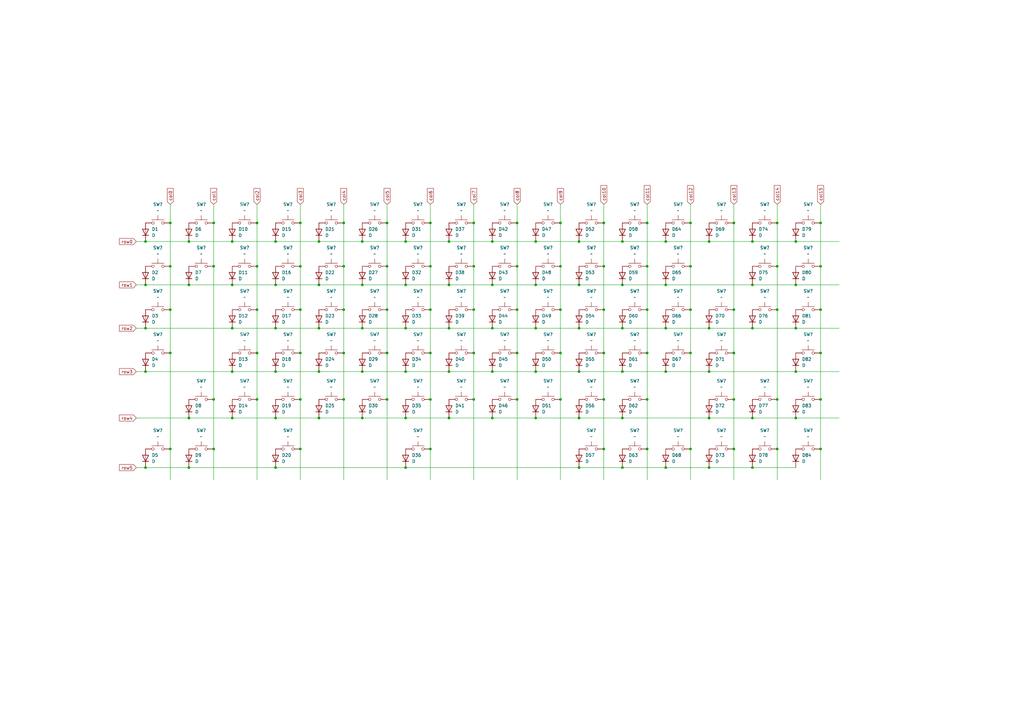
<source format=kicad_sch>
(kicad_sch (version 20250114) (generator "eeschema") (generator_version "9.0")
  (paper "A3")
  (junction (at 265.43 163.83))
  (junction (at 255.27 116.84))
  (junction (at 318.77 163.83))
  (junction (at 290.83 152.4))
  (junction (at 59.69 134.62))
  (junction (at 212.09 109.22))
  (junction (at 140.97 163.83))
  (junction (at 69.85 109.22))
  (junction (at 237.49 116.84))
  (junction (at 140.97 109.22))
  (junction (at 59.69 99.06))
  (junction (at 176.53 127))
  (junction (at 273.05 99.06))
  (junction (at 336.55 127))
  (junction (at 290.83 171.45))
  (junction (at 130.81 116.84))
  (junction (at 59.69 116.84))
  (junction (at 201.93 99.06))
  (junction (at 105.41 163.83))
  (junction (at 176.53 163.83))
  (junction (at 318.77 109.22))
  (junction (at 308.61 191.77))
  (junction (at 148.59 171.45))
  (junction (at 247.65 144.78))
  (junction (at 326.39 171.45))
  (junction (at 194.31 163.83))
  (junction (at 336.55 184.15))
  (junction (at 123.19 127))
  (junction (at 166.37 152.4))
  (junction (at 201.93 134.62))
  (junction (at 273.05 134.62))
  (junction (at 69.85 91.44))
  (junction (at 184.15 152.4))
  (junction (at 247.65 184.15))
  (junction (at 113.03 171.45))
  (junction (at 290.83 99.06))
  (junction (at 95.25 99.06))
  (junction (at 123.19 184.15))
  (junction (at 148.59 99.06))
  (junction (at 265.43 144.78))
  (junction (at 148.59 152.4))
  (junction (at 158.75 163.83))
  (junction (at 212.09 127))
  (junction (at 318.77 91.44))
  (junction (at 219.71 116.84))
  (junction (at 336.55 109.22))
  (junction (at 219.71 134.62))
  (junction (at 113.03 116.84))
  (junction (at 229.87 91.44))
  (junction (at 130.81 134.62))
  (junction (at 184.15 134.62))
  (junction (at 273.05 191.77))
  (junction (at 300.99 184.15))
  (junction (at 247.65 127))
  (junction (at 300.99 163.83))
  (junction (at 229.87 163.83))
  (junction (at 184.15 116.84))
  (junction (at 130.81 99.06))
  (junction (at 59.69 152.4))
  (junction (at 176.53 91.44))
  (junction (at 247.65 163.83))
  (junction (at 194.31 91.44))
  (junction (at 95.25 152.4))
  (junction (at 95.25 116.84))
  (junction (at 176.53 109.22))
  (junction (at 265.43 91.44))
  (junction (at 184.15 171.45))
  (junction (at 255.27 99.06))
  (junction (at 123.19 144.78))
  (junction (at 283.21 144.78))
  (junction (at 87.63 91.44))
  (junction (at 130.81 171.45))
  (junction (at 308.61 134.62))
  (junction (at 237.49 152.4))
  (junction (at 69.85 184.15))
  (junction (at 158.75 91.44))
  (junction (at 95.25 134.62))
  (junction (at 255.27 191.77))
  (junction (at 87.63 163.83))
  (junction (at 140.97 144.78))
  (junction (at 77.47 191.77))
  (junction (at 212.09 144.78))
  (junction (at 212.09 91.44))
  (junction (at 105.41 127))
  (junction (at 123.19 109.22))
  (junction (at 166.37 134.62))
  (junction (at 140.97 127))
  (junction (at 326.39 116.84))
  (junction (at 237.49 99.06))
  (junction (at 123.19 91.44))
  (junction (at 290.83 134.62))
  (junction (at 77.47 99.06))
  (junction (at 69.85 144.78))
  (junction (at 87.63 184.15))
  (junction (at 130.81 152.4))
  (junction (at 237.49 134.62))
  (junction (at 300.99 91.44))
  (junction (at 318.77 127))
  (junction (at 237.49 191.77))
  (junction (at 212.09 163.83))
  (junction (at 95.25 171.45))
  (junction (at 308.61 99.06))
  (junction (at 336.55 144.78))
  (junction (at 113.03 152.4))
  (junction (at 166.37 171.45))
  (junction (at 308.61 171.45))
  (junction (at 158.75 109.22))
  (junction (at 105.41 91.44))
  (junction (at 194.31 127))
  (junction (at 229.87 144.78))
  (junction (at 283.21 109.22))
  (junction (at 255.27 134.62))
  (junction (at 194.31 109.22))
  (junction (at 247.65 91.44))
  (junction (at 247.65 109.22))
  (junction (at 201.93 116.84))
  (junction (at 148.59 134.62))
  (junction (at 166.37 99.06))
  (junction (at 300.99 127))
  (junction (at 113.03 191.77))
  (junction (at 184.15 99.06))
  (junction (at 69.85 127))
  (junction (at 105.41 109.22))
  (junction (at 283.21 91.44))
  (junction (at 87.63 109.22))
  (junction (at 290.83 191.77))
  (junction (at 140.97 91.44))
  (junction (at 219.71 99.06))
  (junction (at 77.47 171.45))
  (junction (at 326.39 99.06))
  (junction (at 176.53 144.78))
  (junction (at 273.05 152.4))
  (junction (at 237.49 171.45))
  (junction (at 201.93 152.4))
  (junction (at 300.99 144.78))
  (junction (at 255.27 171.45))
  (junction (at 166.37 191.77))
  (junction (at 229.87 127))
  (junction (at 176.53 184.15))
  (junction (at 59.69 191.77))
  (junction (at 158.75 144.78))
  (junction (at 265.43 109.22))
  (junction (at 255.27 152.4))
  (junction (at 326.39 152.4))
  (junction (at 113.03 134.62))
  (junction (at 265.43 184.15))
  (junction (at 273.05 116.84))
  (junction (at 113.03 99.06))
  (junction (at 326.39 134.62))
  (junction (at 123.19 163.83))
  (junction (at 229.87 109.22))
  (junction (at 283.21 127))
  (junction (at 336.55 91.44))
  (junction (at 283.21 184.15))
  (junction (at 166.37 116.84))
  (junction (at 308.61 116.84))
  (junction (at 219.71 152.4))
  (junction (at 318.77 184.15))
  (junction (at 219.71 171.45))
  (junction (at 194.31 144.78))
  (junction (at 148.59 116.84))
  (junction (at 201.93 171.45))
  (junction (at 158.75 127))
  (junction (at 105.41 144.78))
  (junction (at 336.55 163.83))
  (junction (at 77.47 116.84))
  (junction (at 265.43 127))
  (wire (pts (xy 158.75 127) (xy 158.75 144.78)))
  (wire (pts (xy 140.97 127) (xy 140.97 144.78)))
  (wire (pts (xy 201.93 134.62) (xy 219.71 134.62)))
  (wire (pts (xy 247.65 127) (xy 247.65 144.78)))
  (wire (pts (xy 300.99 144.78) (xy 300.99 163.83)))
  (wire (pts (xy 336.55 91.44) (xy 336.55 109.22)))
  (wire (pts (xy 326.39 134.62) (xy 344.17 134.62)))
  (wire (pts (xy 77.47 116.84) (xy 95.25 116.84)))
  (wire (pts (xy 255.27 152.4) (xy 273.05 152.4)))
  (wire (pts (xy 336.55 184.15) (xy 336.55 196.85)))
  (wire (pts (xy 300.99 83.82) (xy 300.99 91.44)))
  (wire (pts (xy 95.25 99.06) (xy 113.03 99.06)))
  (wire (pts (xy 105.41 83.82) (xy 105.41 91.44)))
  (wire (pts (xy 336.55 127) (xy 336.55 144.78)))
  (wire (pts (xy 59.69 152.4) (xy 95.25 152.4)))
  (wire (pts (xy 318.77 83.82) (xy 318.77 91.44)))
  (wire (pts (xy 273.05 99.06) (xy 290.83 99.06)))
  (wire (pts (xy 87.63 184.15) (xy 87.63 196.85)))
  (wire (pts (xy 237.49 99.06) (xy 255.27 99.06)))
  (wire (pts (xy 212.09 91.44) (xy 212.09 109.22)))
  (wire (pts (xy 300.99 127) (xy 300.99 144.78)))
  (wire (pts (xy 212.09 127) (xy 212.09 144.78)))
  (wire (pts (xy 283.21 109.22) (xy 283.21 127)))
  (wire (pts (xy 219.71 171.45) (xy 237.49 171.45)))
  (wire (pts (xy 201.93 116.84) (xy 219.71 116.84)))
  (wire (pts (xy 318.77 109.22) (xy 318.77 127)))
  (wire (pts (xy 176.53 109.22) (xy 176.53 127)))
  (wire (pts (xy 308.61 116.84) (xy 326.39 116.84)))
  (wire (pts (xy 283.21 83.82) (xy 283.21 91.44)))
  (wire (pts (xy 265.43 163.83) (xy 265.43 184.15)))
  (wire (pts (xy 105.41 109.22) (xy 105.41 127)))
  (wire (pts (xy 95.25 171.45) (xy 113.03 171.45)))
  (wire (pts (xy 308.61 171.45) (xy 326.39 171.45)))
  (wire (pts (xy 113.03 152.4) (xy 130.81 152.4)))
  (wire (pts (xy 140.97 91.44) (xy 140.97 109.22)))
  (wire (pts (xy 229.87 91.44) (xy 229.87 109.22)))
  (wire (pts (xy 229.87 163.83) (xy 229.87 196.85)))
  (wire (pts (xy 176.53 184.15) (xy 176.53 196.85)))
  (wire (pts (xy 212.09 83.82) (xy 212.09 91.44)))
  (wire (pts (xy 166.37 116.84) (xy 184.15 116.84)))
  (wire (pts (xy 265.43 144.78) (xy 265.43 163.83)))
  (wire (pts (xy 130.81 152.4) (xy 148.59 152.4)))
  (wire (pts (xy 237.49 116.84) (xy 255.27 116.84)))
  (wire (pts (xy 95.25 152.4) (xy 113.03 152.4)))
  (wire (pts (xy 212.09 109.22) (xy 212.09 127)))
  (wire (pts (xy 123.19 144.78) (xy 123.19 163.83)))
  (wire (pts (xy 229.87 83.82) (xy 229.87 91.44)))
  (wire (pts (xy 201.93 152.4) (xy 219.71 152.4)))
  (wire (pts (xy 283.21 144.78) (xy 283.21 184.15)))
  (wire (pts (xy 212.09 163.83) (xy 212.09 196.85)))
  (wire (pts (xy 130.81 134.62) (xy 148.59 134.62)))
  (wire (pts (xy 290.83 99.06) (xy 308.61 99.06)))
  (wire (pts (xy 69.85 109.22) (xy 69.85 127)))
  (wire (pts (xy 265.43 109.22) (xy 265.43 127)))
  (wire (pts (xy 69.85 184.15) (xy 69.85 196.85)))
  (wire (pts (xy 148.59 152.4) (xy 166.37 152.4)))
  (wire (pts (xy 140.97 163.83) (xy 140.97 196.85)))
  (wire (pts (xy 148.59 134.62) (xy 166.37 134.62)))
  (wire (pts (xy 158.75 163.83) (xy 158.75 196.85)))
  (wire (pts (xy 247.65 163.83) (xy 247.65 184.15)))
  (wire (pts (xy 283.21 127) (xy 283.21 144.78)))
  (wire (pts (xy 255.27 134.62) (xy 273.05 134.62)))
  (wire (pts (xy 273.05 134.62) (xy 290.83 134.62)))
  (wire (pts (xy 105.41 127) (xy 105.41 144.78)))
  (wire (pts (xy 148.59 116.84) (xy 166.37 116.84)))
  (wire (pts (xy 130.81 171.45) (xy 148.59 171.45)))
  (wire (pts (xy 87.63 91.44) (xy 87.63 109.22)))
  (wire (pts (xy 69.85 144.78) (xy 69.85 184.15)))
  (wire (pts (xy 247.65 91.44) (xy 247.65 109.22)))
  (wire (pts (xy 176.53 127) (xy 176.53 144.78)))
  (wire (pts (xy 219.71 152.4) (xy 237.49 152.4)))
  (wire (pts (xy 158.75 91.44) (xy 158.75 109.22)))
  (wire (pts (xy 255.27 99.06) (xy 273.05 99.06)))
  (wire (pts (xy 166.37 191.77) (xy 237.49 191.77)))
  (wire (pts (xy 95.25 134.62) (xy 113.03 134.62)))
  (wire (pts (xy 166.37 171.45) (xy 184.15 171.45)))
  (wire (pts (xy 140.97 109.22) (xy 140.97 127)))
  (wire (pts (xy 140.97 83.82) (xy 140.97 91.44)))
  (wire (pts (xy 194.31 83.82) (xy 194.31 91.44)))
  (wire (pts (xy 308.61 191.77) (xy 326.39 191.77)))
  (wire (pts (xy 265.43 127) (xy 265.43 144.78)))
  (wire (pts (xy 308.61 134.62) (xy 326.39 134.62)))
  (wire (pts (xy 237.49 191.77) (xy 255.27 191.77)))
  (wire (pts (xy 229.87 144.78) (xy 229.87 163.83)))
  (wire (pts (xy 87.63 83.82) (xy 87.63 91.44)))
  (wire (pts (xy 184.15 171.45) (xy 201.93 171.45)))
  (wire (pts (xy 290.83 134.62) (xy 308.61 134.62)))
  (wire (pts (xy 55.88 134.62) (xy 59.69 134.62)))
  (wire (pts (xy 300.99 163.83) (xy 300.99 184.15)))
  (wire (pts (xy 158.75 109.22) (xy 158.75 127)))
  (wire (pts (xy 212.09 144.78) (xy 212.09 163.83)))
  (wire (pts (xy 290.83 152.4) (xy 326.39 152.4)))
  (wire (pts (xy 290.83 171.45) (xy 308.61 171.45)))
  (wire (pts (xy 247.65 184.15) (xy 247.65 196.85)))
  (wire (pts (xy 77.47 191.77) (xy 113.03 191.77)))
  (wire (pts (xy 194.31 91.44) (xy 194.31 109.22)))
  (wire (pts (xy 148.59 171.45) (xy 166.37 171.45)))
  (wire (pts (xy 105.41 91.44) (xy 105.41 109.22)))
  (wire (pts (xy 59.69 134.62) (xy 95.25 134.62)))
  (wire (pts (xy 113.03 99.06) (xy 130.81 99.06)))
  (wire (pts (xy 237.49 134.62) (xy 255.27 134.62)))
  (wire (pts (xy 140.97 144.78) (xy 140.97 163.83)))
  (wire (pts (xy 194.31 127) (xy 194.31 144.78)))
  (wire (pts (xy 69.85 127) (xy 69.85 144.78)))
  (wire (pts (xy 283.21 91.44) (xy 283.21 109.22)))
  (wire (pts (xy 318.77 127) (xy 318.77 163.83)))
  (wire (pts (xy 59.69 116.84) (xy 77.47 116.84)))
  (wire (pts (xy 176.53 144.78) (xy 176.53 163.83)))
  (wire (pts (xy 123.19 91.44) (xy 123.19 109.22)))
  (wire (pts (xy 184.15 116.84) (xy 201.93 116.84)))
  (wire (pts (xy 255.27 191.77) (xy 273.05 191.77)))
  (wire (pts (xy 69.85 91.44) (xy 69.85 109.22)))
  (wire (pts (xy 237.49 152.4) (xy 255.27 152.4)))
  (wire (pts (xy 336.55 163.83) (xy 336.55 184.15)))
  (wire (pts (xy 300.99 91.44) (xy 300.99 127)))
  (wire (pts (xy 194.31 163.83) (xy 194.31 196.85)))
  (wire (pts (xy 318.77 91.44) (xy 318.77 109.22)))
  (wire (pts (xy 59.69 99.06) (xy 77.47 99.06)))
  (wire (pts (xy 273.05 116.84) (xy 308.61 116.84)))
  (wire (pts (xy 130.81 116.84) (xy 148.59 116.84)))
  (wire (pts (xy 59.69 191.77) (xy 77.47 191.77)))
  (wire (pts (xy 176.53 163.83) (xy 176.53 184.15)))
  (wire (pts (xy 55.88 99.06) (xy 59.69 99.06)))
  (wire (pts (xy 95.25 116.84) (xy 113.03 116.84)))
  (wire (pts (xy 318.77 184.15) (xy 318.77 196.85)))
  (wire (pts (xy 69.85 83.82) (xy 69.85 91.44)))
  (wire (pts (xy 265.43 184.15) (xy 265.43 196.85)))
  (wire (pts (xy 148.59 99.06) (xy 166.37 99.06)))
  (wire (pts (xy 336.55 144.78) (xy 336.55 163.83)))
  (wire (pts (xy 194.31 109.22) (xy 194.31 127)))
  (wire (pts (xy 55.88 152.4) (xy 59.69 152.4)))
  (wire (pts (xy 130.81 99.06) (xy 148.59 99.06)))
  (wire (pts (xy 265.43 91.44) (xy 265.43 109.22)))
  (wire (pts (xy 326.39 99.06) (xy 344.17 99.06)))
  (wire (pts (xy 113.03 134.62) (xy 130.81 134.62)))
  (wire (pts (xy 219.71 116.84) (xy 237.49 116.84)))
  (wire (pts (xy 158.75 83.82) (xy 158.75 91.44)))
  (wire (pts (xy 113.03 191.77) (xy 166.37 191.77)))
  (wire (pts (xy 55.88 191.77) (xy 59.69 191.77)))
  (wire (pts (xy 123.19 127) (xy 123.19 144.78)))
  (wire (pts (xy 229.87 127) (xy 229.87 144.78)))
  (wire (pts (xy 105.41 144.78) (xy 105.41 163.83)))
  (wire (pts (xy 247.65 144.78) (xy 247.65 163.83)))
  (wire (pts (xy 219.71 134.62) (xy 237.49 134.62)))
  (wire (pts (xy 184.15 99.06) (xy 201.93 99.06)))
  (wire (pts (xy 166.37 99.06) (xy 184.15 99.06)))
  (wire (pts (xy 166.37 152.4) (xy 184.15 152.4)))
  (wire (pts (xy 55.88 116.84) (xy 59.69 116.84)))
  (wire (pts (xy 113.03 171.45) (xy 130.81 171.45)))
  (wire (pts (xy 255.27 116.84) (xy 273.05 116.84)))
  (wire (pts (xy 255.27 171.45) (xy 290.83 171.45)))
  (wire (pts (xy 308.61 99.06) (xy 326.39 99.06)))
  (wire (pts (xy 290.83 191.77) (xy 308.61 191.77)))
  (wire (pts (xy 184.15 152.4) (xy 201.93 152.4)))
  (wire (pts (xy 201.93 99.06) (xy 219.71 99.06)))
  (wire (pts (xy 336.55 109.22) (xy 336.55 127)))
  (wire (pts (xy 219.71 99.06) (xy 237.49 99.06)))
  (wire (pts (xy 55.88 171.45) (xy 77.47 171.45)))
  (wire (pts (xy 123.19 83.82) (xy 123.19 91.44)))
  (wire (pts (xy 300.99 184.15) (xy 300.99 196.85)))
  (wire (pts (xy 113.03 116.84) (xy 130.81 116.84)))
  (wire (pts (xy 166.37 134.62) (xy 184.15 134.62)))
  (wire (pts (xy 201.93 171.45) (xy 219.71 171.45)))
  (wire (pts (xy 273.05 152.4) (xy 290.83 152.4)))
  (wire (pts (xy 87.63 109.22) (xy 87.63 163.83)))
  (wire (pts (xy 77.47 99.06) (xy 95.25 99.06)))
  (wire (pts (xy 184.15 134.62) (xy 201.93 134.62)))
  (wire (pts (xy 336.55 83.82) (xy 336.55 91.44)))
  (wire (pts (xy 283.21 184.15) (xy 283.21 196.85)))
  (wire (pts (xy 194.31 144.78) (xy 194.31 163.83)))
  (wire (pts (xy 326.39 152.4) (xy 344.17 152.4)))
  (wire (pts (xy 318.77 163.83) (xy 318.77 184.15)))
  (wire (pts (xy 265.43 83.82) (xy 265.43 91.44)))
  (wire (pts (xy 247.65 83.82) (xy 247.65 91.44)))
  (wire (pts (xy 237.49 171.45) (xy 255.27 171.45)))
  (wire (pts (xy 326.39 171.45) (xy 344.17 171.45)))
  (wire (pts (xy 123.19 163.83) (xy 123.19 184.15)))
  (wire (pts (xy 247.65 109.22) (xy 247.65 127)))
  (wire (pts (xy 77.47 171.45) (xy 95.25 171.45)))
  (wire (pts (xy 105.41 163.83) (xy 105.41 196.85)))
  (wire (pts (xy 229.87 109.22) (xy 229.87 127)))
  (wire (pts (xy 326.39 116.84) (xy 344.17 116.84)))
  (wire (pts (xy 273.05 191.77) (xy 290.83 191.77)))
  (wire (pts (xy 158.75 144.78) (xy 158.75 163.83)))
  (wire (pts (xy 123.19 184.15) (xy 123.19 196.85)))
  (wire (pts (xy 123.19 109.22) (xy 123.19 127)))
  (wire (pts (xy 87.63 163.83) (xy 87.63 184.15)))
  (wire (pts (xy 176.53 91.44) (xy 176.53 109.22)))
  (wire (pts (xy 176.53 83.82) (xy 176.53 91.44)))
  (global_label "col12" (shape input) (at 283.21 83.82 90) (property "Intersheetrefs" "${INTERSHEET_REFS}" (effects (hide yes))))
  (global_label "row3" (shape input) (at 55.88 152.4 180) (property "Intersheetrefs" "${INTERSHEET_REFS}" (effects (hide yes))))
  (global_label "col2" (shape input) (at 105.41 83.82 90) (property "Intersheetrefs" "${INTERSHEET_REFS}" (effects (hide yes))))
  (global_label "col6" (shape input) (at 176.53 83.82 90) (property "Intersheetrefs" "${INTERSHEET_REFS}" (effects (hide yes))))
  (global_label "col3" (shape input) (at 123.19 83.82 90) (property "Intersheetrefs" "${INTERSHEET_REFS}" (effects (hide yes))))
  (global_label "row5" (shape input) (at 55.88 191.77 180) (property "Intersheetrefs" "${INTERSHEET_REFS}" (effects (hide yes))))
  (global_label "col0" (shape input) (at 69.85 83.82 90) (property "Intersheetrefs" "${INTERSHEET_REFS}" (effects (hide yes))))
  (global_label "row4" (shape input) (at 55.88 171.45 180) (property "Intersheetrefs" "${INTERSHEET_REFS}" (effects (hide yes))))
  (global_label "col13" (shape input) (at 300.99 83.82 90) (property "Intersheetrefs" "${INTERSHEET_REFS}" (effects (hide yes))))
  (global_label "row0" (shape input) (at 55.88 99.06 180) (property "Intersheetrefs" "${INTERSHEET_REFS}" (effects (hide yes))))
  (global_label "col4" (shape input) (at 140.97 83.82 90) (property "Intersheetrefs" "${INTERSHEET_REFS}" (effects (hide yes))))
  (global_label "col8" (shape input) (at 212.09 83.82 90) (property "Intersheetrefs" "${INTERSHEET_REFS}" (effects (hide yes))))
  (global_label "col10" (shape input) (at 247.65 83.82 90) (property "Intersheetrefs" "${INTERSHEET_REFS}" (effects (hide yes))))
  (global_label "row1" (shape input) (at 55.88 116.84 180) (property "Intersheetrefs" "${INTERSHEET_REFS}" (effects (hide yes))))
  (global_label "col14" (shape input) (at 318.77 83.82 90) (property "Intersheetrefs" "${INTERSHEET_REFS}" (effects (hide yes))))
  (global_label "col11" (shape input) (at 265.43 83.82 90) (property "Intersheetrefs" "${INTERSHEET_REFS}" (effects (hide yes))))
  (global_label "col5" (shape input) (at 158.75 83.82 90) (property "Intersheetrefs" "${INTERSHEET_REFS}" (effects (hide yes))))
  (global_label "col7" (shape input) (at 194.31 83.82 90) (property "Intersheetrefs" "${INTERSHEET_REFS}" (effects (hide yes))))
  (global_label "col9" (shape input) (at 229.87 83.82 90) (property "Intersheetrefs" "${INTERSHEET_REFS}" (effects (hide yes))))
  (global_label "col1" (shape input) (at 87.63 83.82 90) (property "Intersheetrefs" "${INTERSHEET_REFS}" (effects (hide yes))))
  (global_label "row2" (shape input) (at 55.88 134.62 180) (property "Intersheetrefs" "${INTERSHEET_REFS}" (effects (hide yes))))
  (global_label "col15" (shape input) (at 336.55 83.82 90) (property "Intersheetrefs" "${INTERSHEET_REFS}" (effects (hide yes))))
  (symbol (lib_id "Device:D") (at 95.25 130.81 90) (unit 1)
    (property "Reference" "D12" (at 97.79 129.5399 90) (effects (justify right)))
    (property "Value" "D" (at 97.79 132.0799 90) (effects (justify right)))
    (property "Footprint" "Diode_SMD:D_SOD-123" (effects (hide yes)))
    (property "Description" "Diode" (effects (hide yes)))
    (property "Sim.Device" "D" (effects (hide yes)))
    (property "Sim.Pins" "1=K 2=A" (effects (hide yes)))
  )
  (symbol (lib_id "Switch:SW_Push") (at 118.11 163.83 0) (unit 1)
    (property "Reference" "SW?" (at 118.11 156.21 0))
    (property "Value" "~" (at 118.11 158.75 0))
    (property "Footprint" "switches:Kailh_socket_MX" (effects (hide yes)))
    (property "Description" "Push button switch, generic, two pins" (effects (hide yes)))
  )
  (symbol (lib_id "Device:D") (at 201.93 95.25 90) (unit 1)
    (property "Reference" "D42" (at 204.47 93.9799 90) (effects (justify right)))
    (property "Value" "D" (at 204.47 96.5199 90) (effects (justify right)))
    (property "Footprint" "Diode_SMD:D_SOD-123" (effects (hide yes)))
    (property "Description" "Diode" (effects (hide yes)))
    (property "Sim.Device" "D" (effects (hide yes)))
    (property "Sim.Pins" "1=K 2=A" (effects (hide yes)))
  )
  (symbol (lib_id "Device:D") (at 59.69 148.59 90) (unit 1)
    (property "Reference" "D4" (at 62.23 147.3199 90) (effects (justify right)))
    (property "Value" "D" (at 62.23 149.8599 90) (effects (justify right)))
    (property "Footprint" "Diode_SMD:D_SOD-123" (effects (hide yes)))
    (property "Description" "Diode" (effects (hide yes)))
    (property "Sim.Device" "D" (effects (hide yes)))
    (property "Sim.Pins" "1=K 2=A" (effects (hide yes)))
  )
  (symbol (lib_id "Switch:SW_Push") (at 260.35 91.44 0) (unit 1)
    (property "Reference" "SW?" (at 260.35 83.82 0))
    (property "Value" "~" (at 260.35 86.36 0))
    (property "Footprint" "switches:Kailh_socket_MX" (effects (hide yes)))
    (property "Description" "Push button switch, generic, two pins" (effects (hide yes)))
  )
  (symbol (lib_id "Device:D") (at 237.49 187.96 90) (unit 1)
    (property "Reference" "D57" (at 240.03 186.6899 90) (effects (justify right)))
    (property "Value" "D" (at 240.03 189.2299 90) (effects (justify right)))
    (property "Footprint" "Diode_SMD:D_SOD-123" (effects (hide yes)))
    (property "Description" "Diode" (effects (hide yes)))
    (property "Sim.Device" "D" (effects (hide yes)))
    (property "Sim.Pins" "1=K 2=A" (effects (hide yes)))
  )
  (symbol (lib_id "Device:D") (at 95.25 95.25 90) (unit 1)
    (property "Reference" "D10" (at 97.79 93.9799 90) (effects (justify right)))
    (property "Value" "D" (at 97.79 96.5199 90) (effects (justify right)))
    (property "Footprint" "Diode_SMD:D_SOD-123" (effects (hide yes)))
    (property "Description" "Diode" (effects (hide yes)))
    (property "Sim.Device" "D" (effects (hide yes)))
    (property "Sim.Pins" "1=K 2=A" (effects (hide yes)))
  )
  (symbol (lib_id "Switch:SW_Push") (at 171.45 127 0) (unit 1)
    (property "Reference" "SW?" (at 171.45 119.38 0))
    (property "Value" "~" (at 171.45 121.92 0))
    (property "Footprint" "switches:Kailh_socket_MX" (effects (hide yes)))
    (property "Description" "Push button switch, generic, two pins" (effects (hide yes)))
  )
  (symbol (lib_id "Device:D") (at 219.71 113.03 90) (unit 1)
    (property "Reference" "D48" (at 222.25 111.7599 90) (effects (justify right)))
    (property "Value" "D" (at 222.25 114.2999 90) (effects (justify right)))
    (property "Footprint" "Diode_SMD:D_SOD-123" (effects (hide yes)))
    (property "Description" "Diode" (effects (hide yes)))
    (property "Sim.Device" "D" (effects (hide yes)))
    (property "Sim.Pins" "1=K 2=A" (effects (hide yes)))
  )
  (symbol (lib_id "Device:D") (at 59.69 187.96 90) (unit 1)
    (property "Reference" "D5" (at 62.23 186.6899 90) (effects (justify right)))
    (property "Value" "D" (at 62.23 189.2299 90) (effects (justify right)))
    (property "Footprint" "Diode_SMD:D_SOD-123" (effects (hide yes)))
    (property "Description" "Diode" (effects (hide yes)))
    (property "Sim.Device" "D" (effects (hide yes)))
    (property "Sim.Pins" "1=K 2=A" (effects (hide yes)))
  )
  (symbol (lib_id "Device:D") (at 326.39 113.03 90) (unit 1)
    (property "Reference" "D80" (at 328.93 111.7599 90) (effects (justify right)))
    (property "Value" "D" (at 328.93 114.2999 90) (effects (justify right)))
    (property "Footprint" "Diode_SMD:D_SOD-123" (effects (hide yes)))
    (property "Description" "Diode" (effects (hide yes)))
    (property "Sim.Device" "D" (effects (hide yes)))
    (property "Sim.Pins" "1=K 2=A" (effects (hide yes)))
  )
  (symbol (lib_id "Device:D") (at 237.49 113.03 90) (unit 1)
    (property "Reference" "D53" (at 240.03 111.7599 90) (effects (justify right)))
    (property "Value" "D" (at 240.03 114.2999 90) (effects (justify right)))
    (property "Footprint" "Diode_SMD:D_SOD-123" (effects (hide yes)))
    (property "Description" "Diode" (effects (hide yes)))
    (property "Sim.Device" "D" (effects (hide yes)))
    (property "Sim.Pins" "1=K 2=A" (effects (hide yes)))
  )
  (symbol (lib_id "Device:D") (at 290.83 187.96 90) (unit 1)
    (property "Reference" "D73" (at 293.37 186.6899 90) (effects (justify right)))
    (property "Value" "D" (at 293.37 189.2299 90) (effects (justify right)))
    (property "Footprint" "Diode_SMD:D_SOD-123" (effects (hide yes)))
    (property "Description" "Diode" (effects (hide yes)))
    (property "Sim.Device" "D" (effects (hide yes)))
    (property "Sim.Pins" "1=K 2=A" (effects (hide yes)))
  )
  (symbol (lib_id "Device:D") (at 166.37 95.25 90) (unit 1)
    (property "Reference" "D31" (at 168.91 93.9799 90) (effects (justify right)))
    (property "Value" "D" (at 168.91 96.5199 90) (effects (justify right)))
    (property "Footprint" "Diode_SMD:D_SOD-123" (effects (hide yes)))
    (property "Description" "Diode" (effects (hide yes)))
    (property "Sim.Device" "D" (effects (hide yes)))
    (property "Sim.Pins" "1=K 2=A" (effects (hide yes)))
  )
  (symbol (lib_id "Switch:SW_Push") (at 331.47 163.83 0) (unit 1)
    (property "Reference" "SW?" (at 331.47 156.21 0))
    (property "Value" "~" (at 331.47 158.75 0))
    (property "Footprint" "switches:Kailh_socket_MX" (effects (hide yes)))
    (property "Description" "Push button switch, generic, two pins" (effects (hide yes)))
  )
  (symbol (lib_id "Switch:SW_Push") (at 278.13 127 0) (unit 1)
    (property "Reference" "SW?" (at 278.13 119.38 0))
    (property "Value" "~" (at 278.13 121.92 0))
    (property "Footprint" "switches:Kailh_socket_MX" (effects (hide yes)))
    (property "Description" "Push button switch, generic, two pins" (effects (hide yes)))
  )
  (symbol (lib_id "Switch:SW_Push") (at 295.91 91.44 0) (unit 1)
    (property "Reference" "SW?" (at 295.91 83.82 0))
    (property "Value" "~" (at 295.91 86.36 0))
    (property "Footprint" "switches:Kailh_socket_MX" (effects (hide yes)))
    (property "Description" "Push button switch, generic, two pins" (effects (hide yes)))
  )
  (symbol (lib_id "Switch:SW_Push") (at 171.45 163.83 0) (unit 1)
    (property "Reference" "SW?" (at 171.45 156.21 0))
    (property "Value" "~" (at 171.45 158.75 0))
    (property "Footprint" "switches:Kailh_socket_MX" (effects (hide yes)))
    (property "Description" "Push button switch, generic, two pins" (effects (hide yes)))
  )
  (symbol (lib_id "Device:D") (at 219.71 148.59 90) (unit 1)
    (property "Reference" "D50" (at 222.25 147.3199 90) (effects (justify right)))
    (property "Value" "D" (at 222.25 149.8599 90) (effects (justify right)))
    (property "Footprint" "Diode_SMD:D_SOD-123" (effects (hide yes)))
    (property "Description" "Diode" (effects (hide yes)))
    (property "Sim.Device" "D" (effects (hide yes)))
    (property "Sim.Pins" "1=K 2=A" (effects (hide yes)))
  )
  (symbol (lib_id "Switch:SW_Push") (at 118.11 144.78 0) (unit 1)
    (property "Reference" "SW?" (at 118.11 137.16 0))
    (property "Value" "~" (at 118.11 139.7 0))
    (property "Footprint" "switches:Kailh_socket_MX" (effects (hide yes)))
    (property "Description" "Push button switch, generic, two pins" (effects (hide yes)))
  )
  (symbol (lib_id "Device:D") (at 326.39 167.64 90) (unit 1)
    (property "Reference" "D83" (at 328.93 166.3699 90) (effects (justify right)))
    (property "Value" "D" (at 328.93 168.9099 90) (effects (justify right)))
    (property "Footprint" "Diode_SMD:D_SOD-123" (effects (hide yes)))
    (property "Description" "Diode" (effects (hide yes)))
    (property "Sim.Device" "D" (effects (hide yes)))
    (property "Sim.Pins" "1=K 2=A" (effects (hide yes)))
  )
  (symbol (lib_id "Switch:SW_Push") (at 313.69 109.22 0) (unit 1)
    (property "Reference" "SW?" (at 313.69 101.6 0))
    (property "Value" "~" (at 313.69 104.14 0))
    (property "Footprint" "switches:Kailh_socket_MX" (effects (hide yes)))
    (property "Description" "Push button switch, generic, two pins" (effects (hide yes)))
  )
  (symbol (lib_id "Switch:SW_Push") (at 242.57 127 0) (unit 1)
    (property "Reference" "SW?" (at 242.57 119.38 0))
    (property "Value" "~" (at 242.57 121.92 0))
    (property "Footprint" "switches:Kailh_socket_MX" (effects (hide yes)))
    (property "Description" "Push button switch, generic, two pins" (effects (hide yes)))
  )
  (symbol (lib_id "Device:D") (at 237.49 95.25 90) (unit 1)
    (property "Reference" "D52" (at 240.03 93.9799 90) (effects (justify right)))
    (property "Value" "D" (at 240.03 96.5199 90) (effects (justify right)))
    (property "Footprint" "Diode_SMD:D_SOD-123" (effects (hide yes)))
    (property "Description" "Diode" (effects (hide yes)))
    (property "Sim.Device" "D" (effects (hide yes)))
    (property "Sim.Pins" "1=K 2=A" (effects (hide yes)))
  )
  (symbol (lib_id "Switch:SW_Push") (at 100.33 144.78 0) (unit 1)
    (property "Reference" "SW?" (at 100.33 137.16 0))
    (property "Value" "~" (at 100.33 139.7 0))
    (property "Footprint" "switches:Kailh_socket_MX" (effects (hide yes)))
    (property "Description" "Push button switch, generic, two pins" (effects (hide yes)))
  )
  (symbol (lib_id "Switch:SW_Push") (at 118.11 91.44 0) (unit 1)
    (property "Reference" "SW?" (at 118.11 83.82 0))
    (property "Value" "~" (at 118.11 86.36 0))
    (property "Footprint" "switches:Kailh_socket_MX" (effects (hide yes)))
    (property "Description" "Push button switch, generic, two pins" (effects (hide yes)))
  )
  (symbol (lib_id "Device:D") (at 148.59 148.59 90) (unit 1)
    (property "Reference" "D29" (at 151.13 147.3199 90) (effects (justify right)))
    (property "Value" "D" (at 151.13 149.8599 90) (effects (justify right)))
    (property "Footprint" "Diode_SMD:D_SOD-123" (effects (hide yes)))
    (property "Description" "Diode" (effects (hide yes)))
    (property "Sim.Device" "D" (effects (hide yes)))
    (property "Sim.Pins" "1=K 2=A" (effects (hide yes)))
  )
  (symbol (lib_id "Device:D") (at 290.83 148.59 90) (unit 1)
    (property "Reference" "D71" (at 293.37 147.3199 90) (effects (justify right)))
    (property "Value" "D" (at 293.37 149.8599 90) (effects (justify right)))
    (property "Footprint" "Diode_SMD:D_SOD-123" (effects (hide yes)))
    (property "Description" "Diode" (effects (hide yes)))
    (property "Sim.Device" "D" (effects (hide yes)))
    (property "Sim.Pins" "1=K 2=A" (effects (hide yes)))
  )
  (symbol (lib_id "Device:D") (at 273.05 148.59 90) (unit 1)
    (property "Reference" "D67" (at 275.59 147.3199 90) (effects (justify right)))
    (property "Value" "D" (at 275.59 149.8599 90) (effects (justify right)))
    (property "Footprint" "Diode_SMD:D_SOD-123" (effects (hide yes)))
    (property "Description" "Diode" (effects (hide yes)))
    (property "Sim.Device" "D" (effects (hide yes)))
    (property "Sim.Pins" "1=K 2=A" (effects (hide yes)))
  )
  (symbol (lib_id "Device:D") (at 201.93 130.81 90) (unit 1)
    (property "Reference" "D44" (at 204.47 129.5399 90) (effects (justify right)))
    (property "Value" "D" (at 204.47 132.0799 90) (effects (justify right)))
    (property "Footprint" "Diode_SMD:D_SOD-123" (effects (hide yes)))
    (property "Description" "Diode" (effects (hide yes)))
    (property "Sim.Device" "D" (effects (hide yes)))
    (property "Sim.Pins" "1=K 2=A" (effects (hide yes)))
  )
  (symbol (lib_id "Switch:SW_Push") (at 242.57 144.78 0) (unit 1)
    (property "Reference" "SW?" (at 242.57 137.16 0))
    (property "Value" "~" (at 242.57 139.7 0))
    (property "Footprint" "switches:Kailh_socket_MX" (effects (hide yes)))
    (property "Description" "Push button switch, generic, two pins" (effects (hide yes)))
  )
  (symbol (lib_id "Switch:SW_Push") (at 118.11 127 0) (unit 1)
    (property "Reference" "SW?" (at 118.11 119.38 0))
    (property "Value" "~" (at 118.11 121.92 0))
    (property "Footprint" "switches:Kailh_socket_MX" (effects (hide yes)))
    (property "Description" "Push button switch, generic, two pins" (effects (hide yes)))
  )
  (symbol (lib_id "Switch:SW_Push") (at 260.35 163.83 0) (unit 1)
    (property "Reference" "SW?" (at 260.35 156.21 0))
    (property "Value" "~" (at 260.35 158.75 0))
    (property "Footprint" "switches:Kailh_socket_MX" (effects (hide yes)))
    (property "Description" "Push button switch, generic, two pins" (effects (hide yes)))
  )
  (symbol (lib_id "Switch:SW_Push") (at 189.23 91.44 0) (unit 1)
    (property "Reference" "SW?" (at 189.23 83.82 0))
    (property "Value" "~" (at 189.23 86.36 0))
    (property "Footprint" "switches:Kailh_socket_MX" (effects (hide yes)))
    (property "Description" "Push button switch, generic, two pins" (effects (hide yes)))
  )
  (symbol (lib_id "Device:D") (at 290.83 95.25 90) (unit 1)
    (property "Reference" "D69" (at 293.37 93.9799 90) (effects (justify right)))
    (property "Value" "D" (at 293.37 96.5199 90) (effects (justify right)))
    (property "Footprint" "Diode_SMD:D_SOD-123" (effects (hide yes)))
    (property "Description" "Diode" (effects (hide yes)))
    (property "Sim.Device" "D" (effects (hide yes)))
    (property "Sim.Pins" "1=K 2=A" (effects (hide yes)))
  )
  (symbol (lib_id "Device:D") (at 273.05 130.81 90) (unit 1)
    (property "Reference" "D66" (at 275.59 129.5399 90) (effects (justify right)))
    (property "Value" "D" (at 275.59 132.0799 90) (effects (justify right)))
    (property "Footprint" "Diode_SMD:D_SOD-123" (effects (hide yes)))
    (property "Description" "Diode" (effects (hide yes)))
    (property "Sim.Device" "D" (effects (hide yes)))
    (property "Sim.Pins" "1=K 2=A" (effects (hide yes)))
  )
  (symbol (lib_id "Device:D") (at 166.37 167.64 90) (unit 1)
    (property "Reference" "D35" (at 168.91 166.3699 90) (effects (justify right)))
    (property "Value" "D" (at 168.91 168.9099 90) (effects (justify right)))
    (property "Footprint" "Diode_SMD:D_SOD-123" (effects (hide yes)))
    (property "Description" "Diode" (effects (hide yes)))
    (property "Sim.Device" "D" (effects (hide yes)))
    (property "Sim.Pins" "1=K 2=A" (effects (hide yes)))
  )
  (symbol (lib_id "Switch:SW_Push") (at 82.55 91.44 0) (unit 1)
    (property "Reference" "SW?" (at 82.55 83.82 0))
    (property "Value" "~" (at 82.55 86.36 0))
    (property "Footprint" "switches:Kailh_socket_MX" (effects (hide yes)))
    (property "Description" "Push button switch, generic, two pins" (effects (hide yes)))
  )
  (symbol (lib_id "Device:D") (at 326.39 187.96 90) (unit 1)
    (property "Reference" "D84" (at 328.93 186.6899 90) (effects (justify right)))
    (property "Value" "D" (at 328.93 189.2299 90) (effects (justify right)))
    (property "Footprint" "Diode_SMD:D_SOD-123" (effects (hide yes)))
    (property "Description" "Diode" (effects (hide yes)))
    (property "Sim.Device" "D" (effects (hide yes)))
    (property "Sim.Pins" "1=K 2=A" (effects (hide yes)))
  )
  (symbol (lib_id "Device:D") (at 237.49 130.81 90) (unit 1)
    (property "Reference" "D54" (at 240.03 129.5399 90) (effects (justify right)))
    (property "Value" "D" (at 240.03 132.0799 90) (effects (justify right)))
    (property "Footprint" "Diode_SMD:D_SOD-123" (effects (hide yes)))
    (property "Description" "Diode" (effects (hide yes)))
    (property "Sim.Device" "D" (effects (hide yes)))
    (property "Sim.Pins" "1=K 2=A" (effects (hide yes)))
  )
  (symbol (lib_id "Device:D") (at 59.69 113.03 90) (unit 1)
    (property "Reference" "D2" (at 62.23 111.7599 90) (effects (justify right)))
    (property "Value" "D" (at 62.23 114.2999 90) (effects (justify right)))
    (property "Footprint" "Diode_SMD:D_SOD-123" (effects (hide yes)))
    (property "Description" "Diode" (effects (hide yes)))
    (property "Sim.Device" "D" (effects (hide yes)))
    (property "Sim.Pins" "1=K 2=A" (effects (hide yes)))
  )
  (symbol (lib_id "Device:D") (at 130.81 167.64 90) (unit 1)
    (property "Reference" "D25" (at 133.35 166.3699 90) (effects (justify right)))
    (property "Value" "D" (at 133.35 168.9099 90) (effects (justify right)))
    (property "Footprint" "Diode_SMD:D_SOD-123" (effects (hide yes)))
    (property "Description" "Diode" (effects (hide yes)))
    (property "Sim.Device" "D" (effects (hide yes)))
    (property "Sim.Pins" "1=K 2=A" (effects (hide yes)))
  )
  (symbol (lib_id "Switch:SW_Push") (at 278.13 184.15 0) (unit 1)
    (property "Reference" "SW?" (at 278.13 176.53 0))
    (property "Value" "~" (at 278.13 179.07 0))
    (property "Footprint" "switches:Kailh_socket_MX" (effects (hide yes)))
    (property "Description" "Push button switch, generic, two pins" (effects (hide yes)))
  )
  (symbol (lib_id "Device:D") (at 148.59 167.64 90) (unit 1)
    (property "Reference" "D30" (at 151.13 166.3699 90) (effects (justify right)))
    (property "Value" "D" (at 151.13 168.9099 90) (effects (justify right)))
    (property "Footprint" "Diode_SMD:D_SOD-123" (effects (hide yes)))
    (property "Description" "Diode" (effects (hide yes)))
    (property "Sim.Device" "D" (effects (hide yes)))
    (property "Sim.Pins" "1=K 2=A" (effects (hide yes)))
  )
  (symbol (lib_id "Device:D") (at 148.59 95.25 90) (unit 1)
    (property "Reference" "D26" (at 151.13 93.9799 90) (effects (justify right)))
    (property "Value" "D" (at 151.13 96.5199 90) (effects (justify right)))
    (property "Footprint" "Diode_SMD:D_SOD-123" (effects (hide yes)))
    (property "Description" "Diode" (effects (hide yes)))
    (property "Sim.Device" "D" (effects (hide yes)))
    (property "Sim.Pins" "1=K 2=A" (effects (hide yes)))
  )
  (symbol (lib_id "Switch:SW_Push") (at 331.47 127 0) (unit 1)
    (property "Reference" "SW?" (at 331.47 119.38 0))
    (property "Value" "~" (at 331.47 121.92 0))
    (property "Footprint" "switches:Kailh_socket_MX" (effects (hide yes)))
    (property "Description" "Push button switch, generic, two pins" (effects (hide yes)))
  )
  (symbol (lib_id "Switch:SW_Push") (at 260.35 127 0) (unit 1)
    (property "Reference" "SW?" (at 260.35 119.38 0))
    (property "Value" "~" (at 260.35 121.92 0))
    (property "Footprint" "switches:Kailh_socket_MX" (effects (hide yes)))
    (property "Description" "Push button switch, generic, two pins" (effects (hide yes)))
  )
  (symbol (lib_id "Switch:SW_Push") (at 331.47 109.22 0) (unit 1)
    (property "Reference" "SW?" (at 331.47 101.6 0))
    (property "Value" "~" (at 331.47 104.14 0))
    (property "Footprint" "switches:Kailh_socket_MX" (effects (hide yes)))
    (property "Description" "Push button switch, generic, two pins" (effects (hide yes)))
  )
  (symbol (lib_id "Device:D") (at 308.61 95.25 90) (unit 1)
    (property "Reference" "D74" (at 311.15 93.9799 90) (effects (justify right)))
    (property "Value" "D" (at 311.15 96.5199 90) (effects (justify right)))
    (property "Footprint" "Diode_SMD:D_SOD-123" (effects (hide yes)))
    (property "Description" "Diode" (effects (hide yes)))
    (property "Sim.Device" "D" (effects (hide yes)))
    (property "Sim.Pins" "1=K 2=A" (effects (hide yes)))
  )
  (symbol (lib_id "Switch:SW_Push") (at 207.01 163.83 0) (unit 1)
    (property "Reference" "SW?" (at 207.01 156.21 0))
    (property "Value" "~" (at 207.01 158.75 0))
    (property "Footprint" "switches:Kailh_socket_MX" (effects (hide yes)))
    (property "Description" "Push button switch, generic, two pins" (effects (hide yes)))
  )
  (symbol (lib_id "Device:D") (at 290.83 167.64 90) (unit 1)
    (property "Reference" "D72" (at 293.37 166.3699 90) (effects (justify right)))
    (property "Value" "D" (at 293.37 168.9099 90) (effects (justify right)))
    (property "Footprint" "Diode_SMD:D_SOD-123" (effects (hide yes)))
    (property "Description" "Diode" (effects (hide yes)))
    (property "Sim.Device" "D" (effects (hide yes)))
    (property "Sim.Pins" "1=K 2=A" (effects (hide yes)))
  )
  (symbol (lib_id "Device:D") (at 237.49 167.64 90) (unit 1)
    (property "Reference" "D56" (at 240.03 166.3699 90) (effects (justify right)))
    (property "Value" "D" (at 240.03 168.9099 90) (effects (justify right)))
    (property "Footprint" "Diode_SMD:D_SOD-123" (effects (hide yes)))
    (property "Description" "Diode" (effects (hide yes)))
    (property "Sim.Device" "D" (effects (hide yes)))
    (property "Sim.Pins" "1=K 2=A" (effects (hide yes)))
  )
  (symbol (lib_id "Device:D") (at 219.71 130.81 90) (unit 1)
    (property "Reference" "D49" (at 222.25 129.5399 90) (effects (justify right)))
    (property "Value" "D" (at 222.25 132.0799 90) (effects (justify right)))
    (property "Footprint" "Diode_SMD:D_SOD-123" (effects (hide yes)))
    (property "Description" "Diode" (effects (hide yes)))
    (property "Sim.Device" "D" (effects (hide yes)))
    (property "Sim.Pins" "1=K 2=A" (effects (hide yes)))
  )
  (symbol (lib_id "Switch:SW_Push") (at 82.55 109.22 0) (unit 1)
    (property "Reference" "SW?" (at 82.55 101.6 0))
    (property "Value" "~" (at 82.55 104.14 0))
    (property "Footprint" "switches:Kailh_socket_MX" (effects (hide yes)))
    (property "Description" "Push button switch, generic, two pins" (effects (hide yes)))
  )
  (symbol (lib_id "Device:D") (at 273.05 187.96 90) (unit 1)
    (property "Reference" "D68" (at 275.59 186.6899 90) (effects (justify right)))
    (property "Value" "D" (at 275.59 189.2299 90) (effects (justify right)))
    (property "Footprint" "Diode_SMD:D_SOD-123" (effects (hide yes)))
    (property "Description" "Diode" (effects (hide yes)))
    (property "Sim.Device" "D" (effects (hide yes)))
    (property "Sim.Pins" "1=K 2=A" (effects (hide yes)))
  )
  (symbol (lib_id "Switch:SW_Push") (at 100.33 91.44 0) (unit 1)
    (property "Reference" "SW?" (at 100.33 83.82 0))
    (property "Value" "~" (at 100.33 86.36 0))
    (property "Footprint" "switches:Kailh_socket_MX" (effects (hide yes)))
    (property "Description" "Push button switch, generic, two pins" (effects (hide yes)))
  )
  (symbol (lib_id "Switch:SW_Push") (at 207.01 127 0) (unit 1)
    (property "Reference" "SW?" (at 207.01 119.38 0))
    (property "Value" "~" (at 207.01 121.92 0))
    (property "Footprint" "switches:Kailh_socket_MX" (effects (hide yes)))
    (property "Description" "Push button switch, generic, two pins" (effects (hide yes)))
  )
  (symbol (lib_id "Switch:SW_Push") (at 189.23 163.83 0) (unit 1)
    (property "Reference" "SW?" (at 189.23 156.21 0))
    (property "Value" "~" (at 189.23 158.75 0))
    (property "Footprint" "switches:Kailh_socket_MX" (effects (hide yes)))
    (property "Description" "Push button switch, generic, two pins" (effects (hide yes)))
  )
  (symbol (lib_id "Device:D") (at 184.15 95.25 90) (unit 1)
    (property "Reference" "D37" (at 186.69 93.9799 90) (effects (justify right)))
    (property "Value" "D" (at 186.69 96.5199 90) (effects (justify right)))
    (property "Footprint" "Diode_SMD:D_SOD-123" (effects (hide yes)))
    (property "Description" "Diode" (effects (hide yes)))
    (property "Sim.Device" "D" (effects (hide yes)))
    (property "Sim.Pins" "1=K 2=A" (effects (hide yes)))
  )
  (symbol (lib_id "Device:D") (at 184.15 167.64 90) (unit 1)
    (property "Reference" "D41" (at 186.69 166.3699 90) (effects (justify right)))
    (property "Value" "D" (at 186.69 168.9099 90) (effects (justify right)))
    (property "Footprint" "Diode_SMD:D_SOD-123" (effects (hide yes)))
    (property "Description" "Diode" (effects (hide yes)))
    (property "Sim.Device" "D" (effects (hide yes)))
    (property "Sim.Pins" "1=K 2=A" (effects (hide yes)))
  )
  (symbol (lib_id "Switch:SW_Push") (at 295.91 184.15 0) (unit 1)
    (property "Reference" "SW?" (at 295.91 176.53 0))
    (property "Value" "~" (at 295.91 179.07 0))
    (property "Footprint" "switches:Kailh_socket_MX" (effects (hide yes)))
    (property "Description" "Push button switch, generic, two pins" (effects (hide yes)))
  )
  (symbol (lib_id "Device:D") (at 290.83 130.81 90) (unit 1)
    (property "Reference" "D70" (at 293.37 129.5399 90) (effects (justify right)))
    (property "Value" "D" (at 293.37 132.0799 90) (effects (justify right)))
    (property "Footprint" "Diode_SMD:D_SOD-123" (effects (hide yes)))
    (property "Description" "Diode" (effects (hide yes)))
    (property "Sim.Device" "D" (effects (hide yes)))
    (property "Sim.Pins" "1=K 2=A" (effects (hide yes)))
  )
  (symbol (lib_id "Switch:SW_Push") (at 64.77 144.78 0) (unit 1)
    (property "Reference" "SW?" (at 64.77 137.16 0))
    (property "Value" "~" (at 64.77 139.7 0))
    (property "Footprint" "switches:Kailh_socket_MX" (effects (hide yes)))
    (property "Description" "Push button switch, generic, two pins" (effects (hide yes)))
  )
  (symbol (lib_id "Switch:SW_Push") (at 135.89 127 0) (unit 1)
    (property "Reference" "SW?" (at 135.89 119.38 0))
    (property "Value" "~" (at 135.89 121.92 0))
    (property "Footprint" "switches:Kailh_socket_MX" (effects (hide yes)))
    (property "Description" "Push button switch, generic, two pins" (effects (hide yes)))
  )
  (symbol (lib_id "Device:D") (at 77.47 187.96 90) (unit 1)
    (property "Reference" "D9" (at 80.01 186.6899 90) (effects (justify right)))
    (property "Value" "D" (at 80.01 189.2299 90) (effects (justify right)))
    (property "Footprint" "Diode_SMD:D_SOD-123" (effects (hide yes)))
    (property "Description" "Diode" (effects (hide yes)))
    (property "Sim.Device" "D" (effects (hide yes)))
    (property "Sim.Pins" "1=K 2=A" (effects (hide yes)))
  )
  (symbol (lib_id "Device:D") (at 113.03 95.25 90) (unit 1)
    (property "Reference" "D15" (at 115.57 93.9799 90) (effects (justify right)))
    (property "Value" "D" (at 115.57 96.5199 90) (effects (justify right)))
    (property "Footprint" "Diode_SMD:D_SOD-123" (effects (hide yes)))
    (property "Description" "Diode" (effects (hide yes)))
    (property "Sim.Device" "D" (effects (hide yes)))
    (property "Sim.Pins" "1=K 2=A" (effects (hide yes)))
  )
  (symbol (lib_id "Switch:SW_Push") (at 313.69 91.44 0) (unit 1)
    (property "Reference" "SW?" (at 313.69 83.82 0))
    (property "Value" "~" (at 313.69 86.36 0))
    (property "Footprint" "switches:Kailh_socket_MX" (effects (hide yes)))
    (property "Description" "Push button switch, generic, two pins" (effects (hide yes)))
  )
  (symbol (lib_id "Switch:SW_Push") (at 118.11 184.15 0) (unit 1)
    (property "Reference" "SW?" (at 118.11 176.53 0))
    (property "Value" "~" (at 118.11 179.07 0))
    (property "Footprint" "switches:Kailh_socket_MX" (effects (hide yes)))
    (property "Description" "Push button switch, generic, two pins" (effects (hide yes)))
  )
  (symbol (lib_id "Device:D") (at 308.61 130.81 90) (unit 1)
    (property "Reference" "D76" (at 311.15 129.5399 90) (effects (justify right)))
    (property "Value" "D" (at 311.15 132.0799 90) (effects (justify right)))
    (property "Footprint" "Diode_SMD:D_SOD-123" (effects (hide yes)))
    (property "Description" "Diode" (effects (hide yes)))
    (property "Sim.Device" "D" (effects (hide yes)))
    (property "Sim.Pins" "1=K 2=A" (effects (hide yes)))
  )
  (symbol (lib_id "Device:D") (at 308.61 187.96 90) (unit 1)
    (property "Reference" "D78" (at 311.15 186.6899 90) (effects (justify right)))
    (property "Value" "D" (at 311.15 189.2299 90) (effects (justify right)))
    (property "Footprint" "Diode_SMD:D_SOD-123" (effects (hide yes)))
    (property "Description" "Diode" (effects (hide yes)))
    (property "Sim.Device" "D" (effects (hide yes)))
    (property "Sim.Pins" "1=K 2=A" (effects (hide yes)))
  )
  (symbol (lib_id "Switch:SW_Push") (at 189.23 109.22 0) (unit 1)
    (property "Reference" "SW?" (at 189.23 101.6 0))
    (property "Value" "~" (at 189.23 104.14 0))
    (property "Footprint" "switches:Kailh_socket_MX" (effects (hide yes)))
    (property "Description" "Push button switch, generic, two pins" (effects (hide yes)))
  )
  (symbol (lib_id "Switch:SW_Push") (at 100.33 127 0) (unit 1)
    (property "Reference" "SW?" (at 100.33 119.38 0))
    (property "Value" "~" (at 100.33 121.92 0))
    (property "Footprint" "switches:Kailh_socket_MX" (effects (hide yes)))
    (property "Description" "Push button switch, generic, two pins" (effects (hide yes)))
  )
  (symbol (lib_id "Switch:SW_Push") (at 171.45 91.44 0) (unit 1)
    (property "Reference" "SW?" (at 171.45 83.82 0))
    (property "Value" "~" (at 171.45 86.36 0))
    (property "Footprint" "switches:Kailh_socket_MX" (effects (hide yes)))
    (property "Description" "Push button switch, generic, two pins" (effects (hide yes)))
  )
  (symbol (lib_id "Device:D") (at 95.25 148.59 90) (unit 1)
    (property "Reference" "D13" (at 97.79 147.3199 90) (effects (justify right)))
    (property "Value" "D" (at 97.79 149.8599 90) (effects (justify right)))
    (property "Footprint" "Diode_SMD:D_SOD-123" (effects (hide yes)))
    (property "Description" "Diode" (effects (hide yes)))
    (property "Sim.Device" "D" (effects (hide yes)))
    (property "Sim.Pins" "1=K 2=A" (effects (hide yes)))
  )
  (symbol (lib_id "Switch:SW_Push") (at 260.35 184.15 0) (unit 1)
    (property "Reference" "SW?" (at 260.35 176.53 0))
    (property "Value" "~" (at 260.35 179.07 0))
    (property "Footprint" "switches:Kailh_socket_MX" (effects (hide yes)))
    (property "Description" "Push button switch, generic, two pins" (effects (hide yes)))
  )
  (symbol (lib_id "Device:D") (at 219.71 167.64 90) (unit 1)
    (property "Reference" "D51" (at 222.25 166.3699 90) (effects (justify right)))
    (property "Value" "D" (at 222.25 168.9099 90) (effects (justify right)))
    (property "Footprint" "Diode_SMD:D_SOD-123" (effects (hide yes)))
    (property "Description" "Diode" (effects (hide yes)))
    (property "Sim.Device" "D" (effects (hide yes)))
    (property "Sim.Pins" "1=K 2=A" (effects (hide yes)))
  )
  (symbol (lib_id "Device:D") (at 219.71 95.25 90) (unit 1)
    (property "Reference" "D47" (at 222.25 93.9799 90) (effects (justify right)))
    (property "Value" "D" (at 222.25 96.5199 90) (effects (justify right)))
    (property "Footprint" "Diode_SMD:D_SOD-123" (effects (hide yes)))
    (property "Description" "Diode" (effects (hide yes)))
    (property "Sim.Device" "D" (effects (hide yes)))
    (property "Sim.Pins" "1=K 2=A" (effects (hide yes)))
  )
  (symbol (lib_id "Switch:SW_Push") (at 135.89 144.78 0) (unit 1)
    (property "Reference" "SW?" (at 135.89 137.16 0))
    (property "Value" "~" (at 135.89 139.7 0))
    (property "Footprint" "switches:Kailh_socket_MX" (effects (hide yes)))
    (property "Description" "Push button switch, generic, two pins" (effects (hide yes)))
  )
  (symbol (lib_id "Device:D") (at 326.39 130.81 90) (unit 1)
    (property "Reference" "D81" (at 328.93 129.5399 90) (effects (justify right)))
    (property "Value" "D" (at 328.93 132.0799 90) (effects (justify right)))
    (property "Footprint" "Diode_SMD:D_SOD-123" (effects (hide yes)))
    (property "Description" "Diode" (effects (hide yes)))
    (property "Sim.Device" "D" (effects (hide yes)))
    (property "Sim.Pins" "1=K 2=A" (effects (hide yes)))
  )
  (symbol (lib_id "Switch:SW_Push") (at 295.91 127 0) (unit 1)
    (property "Reference" "SW?" (at 295.91 119.38 0))
    (property "Value" "~" (at 295.91 121.92 0))
    (property "Footprint" "switches:Kailh_socket_MX" (effects (hide yes)))
    (property "Description" "Push button switch, generic, two pins" (effects (hide yes)))
  )
  (symbol (lib_id "Switch:SW_Push") (at 224.79 127 0) (unit 1)
    (property "Reference" "SW?" (at 224.79 119.38 0))
    (property "Value" "~" (at 224.79 121.92 0))
    (property "Footprint" "switches:Kailh_socket_MX" (effects (hide yes)))
    (property "Description" "Push button switch, generic, two pins" (effects (hide yes)))
  )
  (symbol (lib_id "Switch:SW_Push") (at 64.77 127 0) (unit 1)
    (property "Reference" "SW?" (at 64.77 119.38 0))
    (property "Value" "~" (at 64.77 121.92 0))
    (property "Footprint" "switches:Kailh_socket_MX" (effects (hide yes)))
    (property "Description" "Push button switch, generic, two pins" (effects (hide yes)))
  )
  (symbol (lib_id "Switch:SW_Push") (at 153.67 109.22 0) (unit 1)
    (property "Reference" "SW?" (at 153.67 101.6 0))
    (property "Value" "~" (at 153.67 104.14 0))
    (property "Footprint" "switches:Kailh_socket_MX" (effects (hide yes)))
    (property "Description" "Push button switch, generic, two pins" (effects (hide yes)))
  )
  (symbol (lib_id "Device:D") (at 148.59 113.03 90) (unit 1)
    (property "Reference" "D27" (at 151.13 111.7599 90) (effects (justify right)))
    (property "Value" "D" (at 151.13 114.2999 90) (effects (justify right)))
    (property "Footprint" "Diode_SMD:D_SOD-123" (effects (hide yes)))
    (property "Description" "Diode" (effects (hide yes)))
    (property "Sim.Device" "D" (effects (hide yes)))
    (property "Sim.Pins" "1=K 2=A" (effects (hide yes)))
  )
  (symbol (lib_id "Switch:SW_Push") (at 135.89 163.83 0) (unit 1)
    (property "Reference" "SW?" (at 135.89 156.21 0))
    (property "Value" "~" (at 135.89 158.75 0))
    (property "Footprint" "switches:Kailh_socket_MX" (effects (hide yes)))
    (property "Description" "Push button switch, generic, two pins" (effects (hide yes)))
  )
  (symbol (lib_id "Switch:SW_Push") (at 171.45 184.15 0) (unit 1)
    (property "Reference" "SW?" (at 171.45 176.53 0))
    (property "Value" "~" (at 171.45 179.07 0))
    (property "Footprint" "switches:Kailh_socket_MX" (effects (hide yes)))
    (property "Description" "Push button switch, generic, two pins" (effects (hide yes)))
  )
  (symbol (lib_id "Device:D") (at 113.03 148.59 90) (unit 1)
    (property "Reference" "D18" (at 115.57 147.3199 90) (effects (justify right)))
    (property "Value" "D" (at 115.57 149.8599 90) (effects (justify right)))
    (property "Footprint" "Diode_SMD:D_SOD-123" (effects (hide yes)))
    (property "Description" "Diode" (effects (hide yes)))
    (property "Sim.Device" "D" (effects (hide yes)))
    (property "Sim.Pins" "1=K 2=A" (effects (hide yes)))
  )
  (symbol (lib_id "Device:D") (at 308.61 113.03 90) (unit 1)
    (property "Reference" "D75" (at 311.15 111.7599 90) (effects (justify right)))
    (property "Value" "D" (at 311.15 114.2999 90) (effects (justify right)))
    (property "Footprint" "Diode_SMD:D_SOD-123" (effects (hide yes)))
    (property "Description" "Diode" (effects (hide yes)))
    (property "Sim.Device" "D" (effects (hide yes)))
    (property "Sim.Pins" "1=K 2=A" (effects (hide yes)))
  )
  (symbol (lib_id "Switch:SW_Push") (at 135.89 91.44 0) (unit 1)
    (property "Reference" "SW?" (at 135.89 83.82 0))
    (property "Value" "~" (at 135.89 86.36 0))
    (property "Footprint" "switches:Kailh_socket_MX" (effects (hide yes)))
    (property "Description" "Push button switch, generic, two pins" (effects (hide yes)))
  )
  (symbol (lib_id "Device:D") (at 166.37 113.03 90) (unit 1)
    (property "Reference" "D32" (at 168.91 111.7599 90) (effects (justify right)))
    (property "Value" "D" (at 168.91 114.2999 90) (effects (justify right)))
    (property "Footprint" "Diode_SMD:D_SOD-123" (effects (hide yes)))
    (property "Description" "Diode" (effects (hide yes)))
    (property "Sim.Device" "D" (effects (hide yes)))
    (property "Sim.Pins" "1=K 2=A" (effects (hide yes)))
  )
  (symbol (lib_id "Switch:SW_Push") (at 295.91 163.83 0) (unit 1)
    (property "Reference" "SW?" (at 295.91 156.21 0))
    (property "Value" "~" (at 295.91 158.75 0))
    (property "Footprint" "switches:Kailh_socket_MX" (effects (hide yes)))
    (property "Description" "Push button switch, generic, two pins" (effects (hide yes)))
  )
  (symbol (lib_id "Switch:SW_Push") (at 278.13 91.44 0) (unit 1)
    (property "Reference" "SW?" (at 278.13 83.82 0))
    (property "Value" "~" (at 278.13 86.36 0))
    (property "Footprint" "switches:Kailh_socket_MX" (effects (hide yes)))
    (property "Description" "Push button switch, generic, two pins" (effects (hide yes)))
  )
  (symbol (lib_id "Switch:SW_Push") (at 153.67 144.78 0) (unit 1)
    (property "Reference" "SW?" (at 153.67 137.16 0))
    (property "Value" "~" (at 153.67 139.7 0))
    (property "Footprint" "switches:Kailh_socket_MX" (effects (hide yes)))
    (property "Description" "Push button switch, generic, two pins" (effects (hide yes)))
  )
  (symbol (lib_id "Switch:SW_Push") (at 189.23 144.78 0) (unit 1)
    (property "Reference" "SW?" (at 189.23 137.16 0))
    (property "Value" "~" (at 189.23 139.7 0))
    (property "Footprint" "switches:Kailh_socket_MX" (effects (hide yes)))
    (property "Description" "Push button switch, generic, two pins" (effects (hide yes)))
  )
  (symbol (lib_id "Device:D") (at 184.15 148.59 90) (unit 1)
    (property "Reference" "D40" (at 186.69 147.3199 90) (effects (justify right)))
    (property "Value" "D" (at 186.69 149.8599 90) (effects (justify right)))
    (property "Footprint" "Diode_SMD:D_SOD-123" (effects (hide yes)))
    (property "Description" "Diode" (effects (hide yes)))
    (property "Sim.Device" "D" (effects (hide yes)))
    (property "Sim.Pins" "1=K 2=A" (effects (hide yes)))
  )
  (symbol (lib_id "Switch:SW_Push") (at 242.57 184.15 0) (unit 1)
    (property "Reference" "SW?" (at 242.57 176.53 0))
    (property "Value" "~" (at 242.57 179.07 0))
    (property "Footprint" "switches:Kailh_socket_MX" (effects (hide yes)))
    (property "Description" "Push button switch, generic, two pins" (effects (hide yes)))
  )
  (symbol (lib_id "Device:D") (at 130.81 148.59 90) (unit 1)
    (property "Reference" "D24" (at 133.35 147.3199 90) (effects (justify right)))
    (property "Value" "D" (at 133.35 149.8599 90) (effects (justify right)))
    (property "Footprint" "Diode_SMD:D_SOD-123" (effects (hide yes)))
    (property "Description" "Diode" (effects (hide yes)))
    (property "Sim.Device" "D" (effects (hide yes)))
    (property "Sim.Pins" "1=K 2=A" (effects (hide yes)))
  )
  (symbol (lib_id "Switch:SW_Push") (at 313.69 127 0) (unit 1)
    (property "Reference" "SW?" (at 313.69 119.38 0))
    (property "Value" "~" (at 313.69 121.92 0))
    (property "Footprint" "switches:Kailh_socket_MX" (effects (hide yes)))
    (property "Description" "Push button switch, generic, two pins" (effects (hide yes)))
  )
  (symbol (lib_id "Switch:SW_Push") (at 171.45 109.22 0) (unit 1)
    (property "Reference" "SW?" (at 171.45 101.6 0))
    (property "Value" "~" (at 171.45 104.14 0))
    (property "Footprint" "switches:Kailh_socket_MX" (effects (hide yes)))
    (property "Description" "Push button switch, generic, two pins" (effects (hide yes)))
  )
  (symbol (lib_id "Switch:SW_Push") (at 224.79 163.83 0) (unit 1)
    (property "Reference" "SW?" (at 224.79 156.21 0))
    (property "Value" "~" (at 224.79 158.75 0))
    (property "Footprint" "switches:Kailh_socket_MX" (effects (hide yes)))
    (property "Description" "Push button switch, generic, two pins" (effects (hide yes)))
  )
  (symbol (lib_id "Device:D") (at 59.69 130.81 90) (unit 1)
    (property "Reference" "D3" (at 62.23 129.5399 90) (effects (justify right)))
    (property "Value" "D" (at 62.23 132.0799 90) (effects (justify right)))
    (property "Footprint" "Diode_SMD:D_SOD-123" (effects (hide yes)))
    (property "Description" "Diode" (effects (hide yes)))
    (property "Sim.Device" "D" (effects (hide yes)))
    (property "Sim.Pins" "1=K 2=A" (effects (hide yes)))
  )
  (symbol (lib_id "Device:D") (at 308.61 167.64 90) (unit 1)
    (property "Reference" "D77" (at 311.15 166.3699 90) (effects (justify right)))
    (property "Value" "D" (at 311.15 168.9099 90) (effects (justify right)))
    (property "Footprint" "Diode_SMD:D_SOD-123" (effects (hide yes)))
    (property "Description" "Diode" (effects (hide yes)))
    (property "Sim.Device" "D" (effects (hide yes)))
    (property "Sim.Pins" "1=K 2=A" (effects (hide yes)))
  )
  (symbol (lib_id "Device:D") (at 148.59 130.81 90) (unit 1)
    (property "Reference" "D28" (at 151.13 129.5399 90) (effects (justify right)))
    (property "Value" "D" (at 151.13 132.0799 90) (effects (justify right)))
    (property "Footprint" "Diode_SMD:D_SOD-123" (effects (hide yes)))
    (property "Description" "Diode" (effects (hide yes)))
    (property "Sim.Device" "D" (effects (hide yes)))
    (property "Sim.Pins" "1=K 2=A" (effects (hide yes)))
  )
  (symbol (lib_id "Device:D") (at 95.25 167.64 90) (unit 1)
    (property "Reference" "D14" (at 97.79 166.3699 90) (effects (justify right)))
    (property "Value" "D" (at 97.79 168.9099 90) (effects (justify right)))
    (property "Footprint" "Diode_SMD:D_SOD-123" (effects (hide yes)))
    (property "Description" "Diode" (effects (hide yes)))
    (property "Sim.Device" "D" (effects (hide yes)))
    (property "Sim.Pins" "1=K 2=A" (effects (hide yes)))
  )
  (symbol (lib_id "Device:D") (at 273.05 113.03 90) (unit 1)
    (property "Reference" "D65" (at 275.59 111.7599 90) (effects (justify right)))
    (property "Value" "D" (at 275.59 114.2999 90) (effects (justify right)))
    (property "Footprint" "Diode_SMD:D_SOD-123" (effects (hide yes)))
    (property "Description" "Diode" (effects (hide yes)))
    (property "Sim.Device" "D" (effects (hide yes)))
    (property "Sim.Pins" "1=K 2=A" (effects (hide yes)))
  )
  (symbol (lib_id "Switch:SW_Push") (at 331.47 184.15 0) (unit 1)
    (property "Reference" "SW?" (at 331.47 176.53 0))
    (property "Value" "~" (at 331.47 179.07 0))
    (property "Footprint" "switches:Kailh_socket_MX" (effects (hide yes)))
    (property "Description" "Push button switch, generic, two pins" (effects (hide yes)))
  )
  (symbol (lib_id "Switch:SW_Push") (at 331.47 144.78 0) (unit 1)
    (property "Reference" "SW?" (at 331.47 137.16 0))
    (property "Value" "~" (at 331.47 139.7 0))
    (property "Footprint" "switches:Kailh_socket_MX" (effects (hide yes)))
    (property "Description" "Push button switch, generic, two pins" (effects (hide yes)))
  )
  (symbol (lib_id "Device:D") (at 59.69 95.25 90) (unit 1)
    (property "Reference" "D1" (at 62.23 93.9799 90) (effects (justify right)))
    (property "Value" "D" (at 62.23 96.5199 90) (effects (justify right)))
    (property "Footprint" "Diode_SMD:D_SOD-123" (effects (hide yes)))
    (property "Description" "Diode" (effects (hide yes)))
    (property "Sim.Device" "D" (effects (hide yes)))
    (property "Sim.Pins" "1=K 2=A" (effects (hide yes)))
  )
  (symbol (lib_id "Device:D") (at 326.39 148.59 90) (unit 1)
    (property "Reference" "D82" (at 328.93 147.3199 90) (effects (justify right)))
    (property "Value" "D" (at 328.93 149.8599 90) (effects (justify right)))
    (property "Footprint" "Diode_SMD:D_SOD-123" (effects (hide yes)))
    (property "Description" "Diode" (effects (hide yes)))
    (property "Sim.Device" "D" (effects (hide yes)))
    (property "Sim.Pins" "1=K 2=A" (effects (hide yes)))
  )
  (symbol (lib_id "Switch:SW_Push") (at 153.67 163.83 0) (unit 1)
    (property "Reference" "SW?" (at 153.67 156.21 0))
    (property "Value" "~" (at 153.67 158.75 0))
    (property "Footprint" "switches:Kailh_socket_MX" (effects (hide yes)))
    (property "Description" "Push button switch, generic, two pins" (effects (hide yes)))
  )
  (symbol (lib_id "Device:D") (at 166.37 187.96 90) (unit 1)
    (property "Reference" "D36" (at 168.91 186.6899 90) (effects (justify right)))
    (property "Value" "D" (at 168.91 189.2299 90) (effects (justify right)))
    (property "Footprint" "Diode_SMD:D_SOD-123" (effects (hide yes)))
    (property "Description" "Diode" (effects (hide yes)))
    (property "Sim.Device" "D" (effects (hide yes)))
    (property "Sim.Pins" "1=K 2=A" (effects (hide yes)))
  )
  (symbol (lib_id "Device:D") (at 113.03 167.64 90) (unit 1)
    (property "Reference" "D19" (at 115.57 166.3699 90) (effects (justify right)))
    (property "Value" "D" (at 115.57 168.9099 90) (effects (justify right)))
    (property "Footprint" "Diode_SMD:D_SOD-123" (effects (hide yes)))
    (property "Description" "Diode" (effects (hide yes)))
    (property "Sim.Device" "D" (effects (hide yes)))
    (property "Sim.Pins" "1=K 2=A" (effects (hide yes)))
  )
  (symbol (lib_id "Device:D") (at 77.47 113.03 90) (unit 1)
    (property "Reference" "D7" (at 80.01 111.7599 90) (effects (justify right)))
    (property "Value" "D" (at 80.01 114.2999 90) (effects (justify right)))
    (property "Footprint" "Diode_SMD:D_SOD-123" (effects (hide yes)))
    (property "Description" "Diode" (effects (hide yes)))
    (property "Sim.Device" "D" (effects (hide yes)))
    (property "Sim.Pins" "1=K 2=A" (effects (hide yes)))
  )
  (symbol (lib_id "Switch:SW_Push") (at 207.01 144.78 0) (unit 1)
    (property "Reference" "SW?" (at 207.01 137.16 0))
    (property "Value" "~" (at 207.01 139.7 0))
    (property "Footprint" "switches:Kailh_socket_MX" (effects (hide yes)))
    (property "Description" "Push button switch, generic, two pins" (effects (hide yes)))
  )
  (symbol (lib_id "Switch:SW_Push") (at 100.33 163.83 0) (unit 1)
    (property "Reference" "SW?" (at 100.33 156.21 0))
    (property "Value" "~" (at 100.33 158.75 0))
    (property "Footprint" "switches:Kailh_socket_MX" (effects (hide yes)))
    (property "Description" "Push button switch, generic, two pins" (effects (hide yes)))
  )
  (symbol (lib_id "Switch:SW_Push") (at 153.67 91.44 0) (unit 1)
    (property "Reference" "SW?" (at 153.67 83.82 0))
    (property "Value" "~" (at 153.67 86.36 0))
    (property "Footprint" "switches:Kailh_socket_MX" (effects (hide yes)))
    (property "Description" "Push button switch, generic, two pins" (effects (hide yes)))
  )
  (symbol (lib_id "Switch:SW_Push") (at 64.77 91.44 0) (unit 1)
    (property "Reference" "SW?" (at 64.77 83.82 0))
    (property "Value" "~" (at 64.77 86.36 0))
    (property "Footprint" "switches:Kailh_socket_MX" (effects (hide yes)))
    (property "Description" "Push button switch, generic, two pins" (effects (hide yes)))
  )
  (symbol (lib_id "Switch:SW_Push") (at 260.35 109.22 0) (unit 1)
    (property "Reference" "SW?" (at 260.35 101.6 0))
    (property "Value" "~" (at 260.35 104.14 0))
    (property "Footprint" "switches:Kailh_socket_MX" (effects (hide yes)))
    (property "Description" "Push button switch, generic, two pins" (effects (hide yes)))
  )
  (symbol (lib_id "Device:D") (at 166.37 148.59 90) (unit 1)
    (property "Reference" "D34" (at 168.91 147.3199 90) (effects (justify right)))
    (property "Value" "D" (at 168.91 149.8599 90) (effects (justify right)))
    (property "Footprint" "Diode_SMD:D_SOD-123" (effects (hide yes)))
    (property "Description" "Diode" (effects (hide yes)))
    (property "Sim.Device" "D" (effects (hide yes)))
    (property "Sim.Pins" "1=K 2=A" (effects (hide yes)))
  )
  (symbol (lib_id "Device:D") (at 255.27 148.59 90) (unit 1)
    (property "Reference" "D61" (at 257.81 147.3199 90) (effects (justify right)))
    (property "Value" "D" (at 257.81 149.8599 90) (effects (justify right)))
    (property "Footprint" "Diode_SMD:D_SOD-123" (effects (hide yes)))
    (property "Description" "Diode" (effects (hide yes)))
    (property "Sim.Device" "D" (effects (hide yes)))
    (property "Sim.Pins" "1=K 2=A" (effects (hide yes)))
  )
  (symbol (lib_id "Device:D") (at 273.05 95.25 90) (unit 1)
    (property "Reference" "D64" (at 275.59 93.9799 90) (effects (justify right)))
    (property "Value" "D" (at 275.59 96.5199 90) (effects (justify right)))
    (property "Footprint" "Diode_SMD:D_SOD-123" (effects (hide yes)))
    (property "Description" "Diode" (effects (hide yes)))
    (property "Sim.Device" "D" (effects (hide yes)))
    (property "Sim.Pins" "1=K 2=A" (effects (hide yes)))
  )
  (symbol (lib_id "Device:D") (at 130.81 95.25 90) (unit 1)
    (property "Reference" "D21" (at 133.35 93.9799 90) (effects (justify right)))
    (property "Value" "D" (at 133.35 96.5199 90) (effects (justify right)))
    (property "Footprint" "Diode_SMD:D_SOD-123" (effects (hide yes)))
    (property "Description" "Diode" (effects (hide yes)))
    (property "Sim.Device" "D" (effects (hide yes)))
    (property "Sim.Pins" "1=K 2=A" (effects (hide yes)))
  )
  (symbol (lib_id "Switch:SW_Push") (at 118.11 109.22 0) (unit 1)
    (property "Reference" "SW?" (at 118.11 101.6 0))
    (property "Value" "~" (at 118.11 104.14 0))
    (property "Footprint" "switches:Kailh_socket_MX" (effects (hide yes)))
    (property "Description" "Push button switch, generic, two pins" (effects (hide yes)))
  )
  (symbol (lib_id "Device:D") (at 130.81 130.81 90) (unit 1)
    (property "Reference" "D23" (at 133.35 129.5399 90) (effects (justify right)))
    (property "Value" "D" (at 133.35 132.0799 90) (effects (justify right)))
    (property "Footprint" "Diode_SMD:D_SOD-123" (effects (hide yes)))
    (property "Description" "Diode" (effects (hide yes)))
    (property "Sim.Device" "D" (effects (hide yes)))
    (property "Sim.Pins" "1=K 2=A" (effects (hide yes)))
  )
  (symbol (lib_id "Switch:SW_Push") (at 64.77 109.22 0) (unit 1)
    (property "Reference" "SW?" (at 64.77 101.6 0))
    (property "Value" "~" (at 64.77 104.14 0))
    (property "Footprint" "switches:Kailh_socket_MX" (effects (hide yes)))
    (property "Description" "Push button switch, generic, two pins" (effects (hide yes)))
  )
  (symbol (lib_id "Device:D") (at 184.15 130.81 90) (unit 1)
    (property "Reference" "D39" (at 186.69 129.5399 90) (effects (justify right)))
    (property "Value" "D" (at 186.69 132.0799 90) (effects (justify right)))
    (property "Footprint" "Diode_SMD:D_SOD-123" (effects (hide yes)))
    (property "Description" "Diode" (effects (hide yes)))
    (property "Sim.Device" "D" (effects (hide yes)))
    (property "Sim.Pins" "1=K 2=A" (effects (hide yes)))
  )
  (symbol (lib_id "Device:D") (at 77.47 95.25 90) (unit 1)
    (property "Reference" "D6" (at 80.01 93.9799 90) (effects (justify right)))
    (property "Value" "D" (at 80.01 96.5199 90) (effects (justify right)))
    (property "Footprint" "Diode_SMD:D_SOD-123" (effects (hide yes)))
    (property "Description" "Diode" (effects (hide yes)))
    (property "Sim.Device" "D" (effects (hide yes)))
    (property "Sim.Pins" "1=K 2=A" (effects (hide yes)))
  )
  (symbol (lib_id "Device:D") (at 255.27 167.64 90) (unit 1)
    (property "Reference" "D62" (at 257.81 166.3699 90) (effects (justify right)))
    (property "Value" "D" (at 257.81 168.9099 90) (effects (justify right)))
    (property "Footprint" "Diode_SMD:D_SOD-123" (effects (hide yes)))
    (property "Description" "Diode" (effects (hide yes)))
    (property "Sim.Device" "D" (effects (hide yes)))
    (property "Sim.Pins" "1=K 2=A" (effects (hide yes)))
  )
  (symbol (lib_id "Device:D") (at 130.81 113.03 90) (unit 1)
    (property "Reference" "D22" (at 133.35 111.7599 90) (effects (justify right)))
    (property "Value" "D" (at 133.35 114.2999 90) (effects (justify right)))
    (property "Footprint" "Diode_SMD:D_SOD-123" (effects (hide yes)))
    (property "Description" "Diode" (effects (hide yes)))
    (property "Sim.Device" "D" (effects (hide yes)))
    (property "Sim.Pins" "1=K 2=A" (effects (hide yes)))
  )
  (symbol (lib_id "Switch:SW_Push") (at 207.01 91.44 0) (unit 1)
    (property "Reference" "SW?" (at 207.01 83.82 0))
    (property "Value" "~" (at 207.01 86.36 0))
    (property "Footprint" "switches:Kailh_socket_MX" (effects (hide yes)))
    (property "Description" "Push button switch, generic, two pins" (effects (hide yes)))
  )
  (symbol (lib_id "Switch:SW_Push") (at 64.77 184.15 0) (unit 1)
    (property "Reference" "SW?" (at 64.77 176.53 0))
    (property "Value" "~" (at 64.77 179.07 0))
    (property "Footprint" "switches:Kailh_socket_MX" (effects (hide yes)))
    (property "Description" "Push button switch, generic, two pins" (effects (hide yes)))
  )
  (symbol (lib_id "Switch:SW_Push") (at 313.69 184.15 0) (unit 1)
    (property "Reference" "SW?" (at 313.69 176.53 0))
    (property "Value" "~" (at 313.69 179.07 0))
    (property "Footprint" "switches:Kailh_socket_MX" (effects (hide yes)))
    (property "Description" "Push button switch, generic, two pins" (effects (hide yes)))
  )
  (symbol (lib_id "Switch:SW_Push") (at 242.57 109.22 0) (unit 1)
    (property "Reference" "SW?" (at 242.57 101.6 0))
    (property "Value" "~" (at 242.57 104.14 0))
    (property "Footprint" "switches:Kailh_socket_MX" (effects (hide yes)))
    (property "Description" "Push button switch, generic, two pins" (effects (hide yes)))
  )
  (symbol (lib_id "Device:D") (at 95.25 113.03 90) (unit 1)
    (property "Reference" "D11" (at 97.79 111.7599 90) (effects (justify right)))
    (property "Value" "D" (at 97.79 114.2999 90) (effects (justify right)))
    (property "Footprint" "Diode_SMD:D_SOD-123" (effects (hide yes)))
    (property "Description" "Diode" (effects (hide yes)))
    (property "Sim.Device" "D" (effects (hide yes)))
    (property "Sim.Pins" "1=K 2=A" (effects (hide yes)))
  )
  (symbol (lib_id "Switch:SW_Push") (at 224.79 91.44 0) (unit 1)
    (property "Reference" "SW?" (at 224.79 83.82 0))
    (property "Value" "~" (at 224.79 86.36 0))
    (property "Footprint" "switches:Kailh_socket_MX" (effects (hide yes)))
    (property "Description" "Push button switch, generic, two pins" (effects (hide yes)))
  )
  (symbol (lib_id "Device:D") (at 201.93 113.03 90) (unit 1)
    (property "Reference" "D43" (at 204.47 111.7599 90) (effects (justify right)))
    (property "Value" "D" (at 204.47 114.2999 90) (effects (justify right)))
    (property "Footprint" "Diode_SMD:D_SOD-123" (effects (hide yes)))
    (property "Description" "Diode" (effects (hide yes)))
    (property "Sim.Device" "D" (effects (hide yes)))
    (property "Sim.Pins" "1=K 2=A" (effects (hide yes)))
  )
  (symbol (lib_id "Device:D") (at 255.27 130.81 90) (unit 1)
    (property "Reference" "D60" (at 257.81 129.5399 90) (effects (justify right)))
    (property "Value" "D" (at 257.81 132.0799 90) (effects (justify right)))
    (property "Footprint" "Diode_SMD:D_SOD-123" (effects (hide yes)))
    (property "Description" "Diode" (effects (hide yes)))
    (property "Sim.Device" "D" (effects (hide yes)))
    (property "Sim.Pins" "1=K 2=A" (effects (hide yes)))
  )
  (symbol (lib_id "Switch:SW_Push") (at 295.91 144.78 0) (unit 1)
    (property "Reference" "SW?" (at 295.91 137.16 0))
    (property "Value" "~" (at 295.91 139.7 0))
    (property "Footprint" "switches:Kailh_socket_MX" (effects (hide yes)))
    (property "Description" "Push button switch, generic, two pins" (effects (hide yes)))
  )
  (symbol (lib_id "Switch:SW_Push") (at 242.57 91.44 0) (unit 1)
    (property "Reference" "SW?" (at 242.57 83.82 0))
    (property "Value" "~" (at 242.57 86.36 0))
    (property "Footprint" "switches:Kailh_socket_MX" (effects (hide yes)))
    (property "Description" "Push button switch, generic, two pins" (effects (hide yes)))
  )
  (symbol (lib_id "Switch:SW_Push") (at 278.13 109.22 0) (unit 1)
    (property "Reference" "SW?" (at 278.13 101.6 0))
    (property "Value" "~" (at 278.13 104.14 0))
    (property "Footprint" "switches:Kailh_socket_MX" (effects (hide yes)))
    (property "Description" "Push button switch, generic, two pins" (effects (hide yes)))
  )
  (symbol (lib_id "Switch:SW_Push") (at 242.57 163.83 0) (unit 1)
    (property "Reference" "SW?" (at 242.57 156.21 0))
    (property "Value" "~" (at 242.57 158.75 0))
    (property "Footprint" "switches:Kailh_socket_MX" (effects (hide yes)))
    (property "Description" "Push button switch, generic, two pins" (effects (hide yes)))
  )
  (symbol (lib_id "Switch:SW_Push") (at 331.47 91.44 0) (unit 1)
    (property "Reference" "SW?" (at 331.47 83.82 0))
    (property "Value" "~" (at 331.47 86.36 0))
    (property "Footprint" "switches:Kailh_socket_MX" (effects (hide yes)))
    (property "Description" "Push button switch, generic, two pins" (effects (hide yes)))
  )
  (symbol (lib_id "Switch:SW_Push") (at 135.89 109.22 0) (unit 1)
    (property "Reference" "SW?" (at 135.89 101.6 0))
    (property "Value" "~" (at 135.89 104.14 0))
    (property "Footprint" "switches:Kailh_socket_MX" (effects (hide yes)))
    (property "Description" "Push button switch, generic, two pins" (effects (hide yes)))
  )
  (symbol (lib_id "Device:D") (at 255.27 113.03 90) (unit 1)
    (property "Reference" "D59" (at 257.81 111.7599 90) (effects (justify right)))
    (property "Value" "D" (at 257.81 114.2999 90) (effects (justify right)))
    (property "Footprint" "Diode_SMD:D_SOD-123" (effects (hide yes)))
    (property "Description" "Diode" (effects (hide yes)))
    (property "Sim.Device" "D" (effects (hide yes)))
    (property "Sim.Pins" "1=K 2=A" (effects (hide yes)))
  )
  (symbol (lib_id "Device:D") (at 77.47 167.64 90) (unit 1)
    (property "Reference" "D8" (at 80.01 166.3699 90) (effects (justify right)))
    (property "Value" "D" (at 80.01 168.9099 90) (effects (justify right)))
    (property "Footprint" "Diode_SMD:D_SOD-123" (effects (hide yes)))
    (property "Description" "Diode" (effects (hide yes)))
    (property "Sim.Device" "D" (effects (hide yes)))
    (property "Sim.Pins" "1=K 2=A" (effects (hide yes)))
  )
  (symbol (lib_id "Device:D") (at 255.27 187.96 90) (unit 1)
    (property "Reference" "D63" (at 257.81 186.6899 90) (effects (justify right)))
    (property "Value" "D" (at 257.81 189.2299 90) (effects (justify right)))
    (property "Footprint" "Diode_SMD:D_SOD-123" (effects (hide yes)))
    (property "Description" "Diode" (effects (hide yes)))
    (property "Sim.Device" "D" (effects (hide yes)))
    (property "Sim.Pins" "1=K 2=A" (effects (hide yes)))
  )
  (symbol (lib_id "Device:D") (at 113.03 113.03 90) (unit 1)
    (property "Reference" "D16" (at 115.57 111.7599 90) (effects (justify right)))
    (property "Value" "D" (at 115.57 114.2999 90) (effects (justify right)))
    (property "Footprint" "Diode_SMD:D_SOD-123" (effects (hide yes)))
    (property "Description" "Diode" (effects (hide yes)))
    (property "Sim.Device" "D" (effects (hide yes)))
    (property "Sim.Pins" "1=K 2=A" (effects (hide yes)))
  )
  (symbol (lib_id "Switch:SW_Push") (at 207.01 109.22 0) (unit 1)
    (property "Reference" "SW?" (at 207.01 101.6 0))
    (property "Value" "~" (at 207.01 104.14 0))
    (property "Footprint" "switches:Kailh_socket_MX" (effects (hide yes)))
    (property "Description" "Push button switch, generic, two pins" (effects (hide yes)))
  )
  (symbol (lib_id "Switch:SW_Push") (at 189.23 127 0) (unit 1)
    (property "Reference" "SW?" (at 189.23 119.38 0))
    (property "Value" "~" (at 189.23 121.92 0))
    (property "Footprint" "switches:Kailh_socket_MX" (effects (hide yes)))
    (property "Description" "Push button switch, generic, two pins" (effects (hide yes)))
  )
  (symbol (lib_id "Device:D") (at 255.27 95.25 90) (unit 1)
    (property "Reference" "D58" (at 257.81 93.9799 90) (effects (justify right)))
    (property "Value" "D" (at 257.81 96.5199 90) (effects (justify right)))
    (property "Footprint" "Diode_SMD:D_SOD-123" (effects (hide yes)))
    (property "Description" "Diode" (effects (hide yes)))
    (property "Sim.Device" "D" (effects (hide yes)))
    (property "Sim.Pins" "1=K 2=A" (effects (hide yes)))
  )
  (symbol (lib_id "Switch:SW_Push") (at 313.69 163.83 0) (unit 1)
    (property "Reference" "SW?" (at 313.69 156.21 0))
    (property "Value" "~" (at 313.69 158.75 0))
    (property "Footprint" "switches:Kailh_socket_MX" (effects (hide yes)))
    (property "Description" "Push button switch, generic, two pins" (effects (hide yes)))
  )
  (symbol (lib_id "Switch:SW_Push") (at 171.45 144.78 0) (unit 1)
    (property "Reference" "SW?" (at 171.45 137.16 0))
    (property "Value" "~" (at 171.45 139.7 0))
    (property "Footprint" "switches:Kailh_socket_MX" (effects (hide yes)))
    (property "Description" "Push button switch, generic, two pins" (effects (hide yes)))
  )
  (symbol (lib_id "Device:D") (at 184.15 113.03 90) (unit 1)
    (property "Reference" "D38" (at 186.69 111.7599 90) (effects (justify right)))
    (property "Value" "D" (at 186.69 114.2999 90) (effects (justify right)))
    (property "Footprint" "Diode_SMD:D_SOD-123" (effects (hide yes)))
    (property "Description" "Diode" (effects (hide yes)))
    (property "Sim.Device" "D" (effects (hide yes)))
    (property "Sim.Pins" "1=K 2=A" (effects (hide yes)))
  )
  (symbol (lib_id "Switch:SW_Push") (at 100.33 109.22 0) (unit 1)
    (property "Reference" "SW?" (at 100.33 101.6 0))
    (property "Value" "~" (at 100.33 104.14 0))
    (property "Footprint" "switches:Kailh_socket_MX" (effects (hide yes)))
    (property "Description" "Push button switch, generic, two pins" (effects (hide yes)))
  )
  (symbol (lib_id "Switch:SW_Push") (at 260.35 144.78 0) (unit 1)
    (property "Reference" "SW?" (at 260.35 137.16 0))
    (property "Value" "~" (at 260.35 139.7 0))
    (property "Footprint" "switches:Kailh_socket_MX" (effects (hide yes)))
    (property "Description" "Push button switch, generic, two pins" (effects (hide yes)))
  )
  (symbol (lib_id "Switch:SW_Push") (at 224.79 109.22 0) (unit 1)
    (property "Reference" "SW?" (at 224.79 101.6 0))
    (property "Value" "~" (at 224.79 104.14 0))
    (property "Footprint" "switches:Kailh_socket_MX" (effects (hide yes)))
    (property "Description" "Push button switch, generic, two pins" (effects (hide yes)))
  )
  (symbol (lib_id "Switch:SW_Push") (at 224.79 144.78 0) (unit 1)
    (property "Reference" "SW?" (at 224.79 137.16 0))
    (property "Value" "~" (at 224.79 139.7 0))
    (property "Footprint" "switches:Kailh_socket_MX" (effects (hide yes)))
    (property "Description" "Push button switch, generic, two pins" (effects (hide yes)))
  )
  (symbol (lib_id "Device:D") (at 201.93 167.64 90) (unit 1)
    (property "Reference" "D46" (at 204.47 166.3699 90) (effects (justify right)))
    (property "Value" "D" (at 204.47 168.9099 90) (effects (justify right)))
    (property "Footprint" "Diode_SMD:D_SOD-123" (effects (hide yes)))
    (property "Description" "Diode" (effects (hide yes)))
    (property "Sim.Device" "D" (effects (hide yes)))
    (property "Sim.Pins" "1=K 2=A" (effects (hide yes)))
  )
  (symbol (lib_id "Device:D") (at 113.03 187.96 90) (unit 1)
    (property "Reference" "D20" (at 115.57 186.6899 90) (effects (justify right)))
    (property "Value" "D" (at 115.57 189.2299 90) (effects (justify right)))
    (property "Footprint" "Diode_SMD:D_SOD-123" (effects (hide yes)))
    (property "Description" "Diode" (effects (hide yes)))
    (property "Sim.Device" "D" (effects (hide yes)))
    (property "Sim.Pins" "1=K 2=A" (effects (hide yes)))
  )
  (symbol (lib_id "Switch:SW_Push") (at 82.55 184.15 0) (unit 1)
    (property "Reference" "SW?" (at 82.55 176.53 0))
    (property "Value" "~" (at 82.55 179.07 0))
    (property "Footprint" "switches:Kailh_socket_MX" (effects (hide yes)))
    (property "Description" "Push button switch, generic, two pins" (effects (hide yes)))
  )
  (symbol (lib_id "Switch:SW_Push") (at 82.55 163.83 0) (unit 1)
    (property "Reference" "SW?" (at 82.55 156.21 0))
    (property "Value" "~" (at 82.55 158.75 0))
    (property "Footprint" "switches:Kailh_socket_MX" (effects (hide yes)))
    (property "Description" "Push button switch, generic, two pins" (effects (hide yes)))
  )
  (symbol (lib_id "Device:D") (at 237.49 148.59 90) (unit 1)
    (property "Reference" "D55" (at 240.03 147.3199 90) (effects (justify right)))
    (property "Value" "D" (at 240.03 149.8599 90) (effects (justify right)))
    (property "Footprint" "Diode_SMD:D_SOD-123" (effects (hide yes)))
    (property "Description" "Diode" (effects (hide yes)))
    (property "Sim.Device" "D" (effects (hide yes)))
    (property "Sim.Pins" "1=K 2=A" (effects (hide yes)))
  )
  (symbol (lib_id "Device:D") (at 113.03 130.81 90) (unit 1)
    (property "Reference" "D17" (at 115.57 129.5399 90) (effects (justify right)))
    (property "Value" "D" (at 115.57 132.0799 90) (effects (justify right)))
    (property "Footprint" "Diode_SMD:D_SOD-123" (effects (hide yes)))
    (property "Description" "Diode" (effects (hide yes)))
    (property "Sim.Device" "D" (effects (hide yes)))
    (property "Sim.Pins" "1=K 2=A" (effects (hide yes)))
  )
  (symbol (lib_id "Device:D") (at 326.39 95.25 90) (unit 1)
    (property "Reference" "D79" (at 328.93 93.9799 90) (effects (justify right)))
    (property "Value" "D" (at 328.93 96.5199 90) (effects (justify right)))
    (property "Footprint" "Diode_SMD:D_SOD-123" (effects (hide yes)))
    (property "Description" "Diode" (effects (hide yes)))
    (property "Sim.Device" "D" (effects (hide yes)))
    (property "Sim.Pins" "1=K 2=A" (effects (hide yes)))
  )
  (symbol (lib_id "Switch:SW_Push") (at 278.13 144.78 0) (unit 1)
    (property "Reference" "SW?" (at 278.13 137.16 0))
    (property "Value" "~" (at 278.13 139.7 0))
    (property "Footprint" "switches:Kailh_socket_MX" (effects (hide yes)))
    (property "Description" "Push button switch, generic, two pins" (effects (hide yes)))
  )
  (symbol (lib_id "Switch:SW_Push") (at 153.67 127 0) (unit 1)
    (property "Reference" "SW?" (at 153.67 119.38 0))
    (property "Value" "~" (at 153.67 121.92 0))
    (property "Footprint" "switches:Kailh_socket_MX" (effects (hide yes)))
    (property "Description" "Push button switch, generic, two pins" (effects (hide yes)))
  )
  (symbol (lib_id "Device:D") (at 201.93 148.59 90) (unit 1)
    (property "Reference" "D45" (at 204.47 147.3199 90) (effects (justify right)))
    (property "Value" "D" (at 204.47 149.8599 90) (effects (justify right)))
    (property "Footprint" "Diode_SMD:D_SOD-123" (effects (hide yes)))
    (property "Description" "Diode" (effects (hide yes)))
    (property "Sim.Device" "D" (effects (hide yes)))
    (property "Sim.Pins" "1=K 2=A" (effects (hide yes)))
  )
  (symbol (lib_id "Device:D") (at 166.37 130.81 90) (unit 1)
    (property "Reference" "D33" (at 168.91 129.5399 90) (effects (justify right)))
    (property "Value" "D" (at 168.91 132.0799 90) (effects (justify right)))
    (property "Footprint" "Diode_SMD:D_SOD-123" (effects (hide yes)))
    (property "Description" "Diode" (effects (hide yes)))
    (property "Sim.Device" "D" (effects (hide yes)))
    (property "Sim.Pins" "1=K 2=A" (effects (hide yes)))
  )
)
</source>
